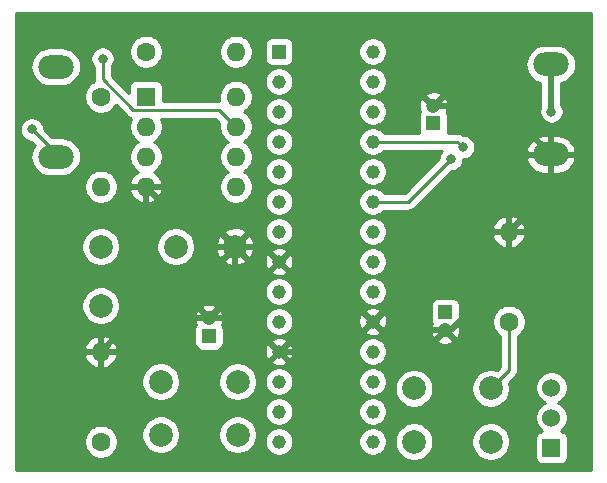
<source format=gbl>
%TF.GenerationSoftware,KiCad,Pcbnew,(5.1.9-0-10_14)*%
%TF.CreationDate,2021-04-15T17:53:14+09:00*%
%TF.ProjectId,RadioExercise,52616469-6f45-4786-9572-636973652e6b,rev?*%
%TF.SameCoordinates,Original*%
%TF.FileFunction,Copper,L2,Bot*%
%TF.FilePolarity,Positive*%
%FSLAX46Y46*%
G04 Gerber Fmt 4.6, Leading zero omitted, Abs format (unit mm)*
G04 Created by KiCad (PCBNEW (5.1.9-0-10_14)) date 2021-04-15 17:53:14*
%MOMM*%
%LPD*%
G01*
G04 APERTURE LIST*
%TA.AperFunction,ComponentPad*%
%ADD10C,2.000000*%
%TD*%
%TA.AperFunction,ComponentPad*%
%ADD11C,1.200000*%
%TD*%
%TA.AperFunction,ComponentPad*%
%ADD12R,1.200000X1.200000*%
%TD*%
%TA.AperFunction,ComponentPad*%
%ADD13O,1.600000X1.600000*%
%TD*%
%TA.AperFunction,ComponentPad*%
%ADD14R,1.600000X1.600000*%
%TD*%
%TA.AperFunction,ComponentPad*%
%ADD15C,1.158000*%
%TD*%
%TA.AperFunction,ComponentPad*%
%ADD16R,1.158000X1.158000*%
%TD*%
%TA.AperFunction,SMDPad,CuDef*%
%ADD17O,3.000000X2.000000*%
%TD*%
%TA.AperFunction,ComponentPad*%
%ADD18C,1.600000*%
%TD*%
%TA.AperFunction,ComponentPad*%
%ADD19C,1.524000*%
%TD*%
%TA.AperFunction,ComponentPad*%
%ADD20R,1.524000X1.524000*%
%TD*%
%TA.AperFunction,ViaPad*%
%ADD21C,0.800000*%
%TD*%
%TA.AperFunction,Conductor*%
%ADD22C,0.500000*%
%TD*%
%TA.AperFunction,Conductor*%
%ADD23C,0.250000*%
%TD*%
%TA.AperFunction,Conductor*%
%ADD24C,0.254000*%
%TD*%
%TA.AperFunction,Conductor*%
%ADD25C,0.100000*%
%TD*%
G04 APERTURE END LIST*
D10*
%TO.P,C1,2*%
%TO.N,Net-(C1-Pad2)*%
X177844000Y-75426000D03*
%TO.P,C1,1*%
%TO.N,Net-(C1-Pad1)*%
X177844000Y-70426000D03*
%TD*%
D11*
%TO.P,C2,2*%
%TO.N,GND*%
X187000000Y-76500000D03*
D12*
%TO.P,C2,1*%
%TO.N,VDD*%
X187000000Y-78000000D03*
%TD*%
%TO.P,C3,1*%
%TO.N,VDD*%
X207000000Y-76000000D03*
D11*
%TO.P,C3,2*%
%TO.N,GND*%
X207000000Y-77500000D03*
%TD*%
D10*
%TO.P,C4,1*%
%TO.N,Net-(C4-Pad1)*%
X184194000Y-70426000D03*
%TO.P,C4,2*%
%TO.N,GND*%
X189194000Y-70426000D03*
%TD*%
D11*
%TO.P,C5,2*%
%TO.N,GND*%
X206000000Y-58500000D03*
D12*
%TO.P,C5,1*%
%TO.N,VDD*%
X206000000Y-60000000D03*
%TD*%
D13*
%TO.P,IC1,8*%
%TO.N,VDD*%
X189274000Y-57726000D03*
%TO.P,IC1,4*%
%TO.N,GND*%
X181654000Y-65346000D03*
%TO.P,IC1,7*%
%TO.N,Net-(IC1-Pad7)*%
X189274000Y-60266000D03*
%TO.P,IC1,3*%
%TO.N,Net-(C4-Pad1)*%
X181654000Y-62806000D03*
%TO.P,IC1,6*%
%TO.N,Net-(IC1-Pad6)*%
X189274000Y-62806000D03*
%TO.P,IC1,2*%
%TO.N,Net-(C1-Pad2)*%
X181654000Y-60266000D03*
%TO.P,IC1,5*%
%TO.N,Net-(IC1-Pad5)*%
X189274000Y-65346000D03*
D14*
%TO.P,IC1,1*%
%TO.N,Net-(IC1-Pad1)*%
X181654000Y-57726000D03*
%TD*%
D15*
%TO.P,IC2,28*%
%TO.N,Net-(IC2-Pad28)*%
X200863000Y-53916000D03*
%TO.P,IC2,27*%
%TO.N,Net-(IC2-Pad27)*%
X200863000Y-56456000D03*
%TO.P,IC2,26*%
%TO.N,Net-(IC2-Pad26)*%
X200863000Y-58996000D03*
%TO.P,IC2,25*%
%TO.N,Net-(IC2-Pad25)*%
X200863000Y-61536000D03*
%TO.P,IC2,24*%
%TO.N,Net-(IC2-Pad24)*%
X200863000Y-64076000D03*
%TO.P,IC2,23*%
%TO.N,Net-(IC2-Pad23)*%
X200863000Y-66616000D03*
%TO.P,IC2,22*%
%TO.N,Net-(IC2-Pad22)*%
X200863000Y-69156000D03*
%TO.P,IC2,21*%
%TO.N,Net-(IC2-Pad21)*%
X200863000Y-71696000D03*
%TO.P,IC2,20*%
%TO.N,VDD*%
X200863000Y-74236000D03*
%TO.P,IC2,19*%
%TO.N,GND*%
X200863000Y-76776000D03*
%TO.P,IC2,18*%
%TO.N,Net-(IC2-Pad18)*%
X200863000Y-79316000D03*
%TO.P,IC2,17*%
%TO.N,Net-(IC2-Pad17)*%
X200863000Y-81856000D03*
%TO.P,IC2,16*%
%TO.N,Net-(IC2-Pad16)*%
X200863000Y-84396000D03*
%TO.P,IC2,15*%
%TO.N,Net-(IC2-Pad15)*%
X200863000Y-86936000D03*
%TO.P,IC2,14*%
%TO.N,Net-(IC1-Pad5)*%
X192925000Y-86936000D03*
%TO.P,IC2,13*%
%TO.N,Net-(IC2-Pad13)*%
X192925000Y-84396000D03*
%TO.P,IC2,12*%
%TO.N,Net-(IC2-Pad12)*%
X192925000Y-81856000D03*
%TO.P,IC2,11*%
%TO.N,GND*%
X192925000Y-79316000D03*
%TO.P,IC2,10*%
%TO.N,Net-(IC2-Pad10)*%
X192925000Y-76776000D03*
%TO.P,IC2,9*%
%TO.N,Net-(IC2-Pad9)*%
X192925000Y-74236000D03*
%TO.P,IC2,8*%
%TO.N,GND*%
X192925000Y-71696000D03*
%TO.P,IC2,7*%
%TO.N,Net-(IC2-Pad7)*%
X192925000Y-69156000D03*
%TO.P,IC2,6*%
%TO.N,Net-(IC2-Pad6)*%
X192925000Y-66616000D03*
%TO.P,IC2,5*%
%TO.N,Net-(IC2-Pad5)*%
X192925000Y-64076000D03*
%TO.P,IC2,4*%
%TO.N,Net-(IC2-Pad4)*%
X192925000Y-61536000D03*
%TO.P,IC2,3*%
%TO.N,Net-(IC2-Pad3)*%
X192925000Y-58996000D03*
%TO.P,IC2,2*%
%TO.N,Net-(IC2-Pad2)*%
X192925000Y-56456000D03*
D16*
%TO.P,IC2,1*%
%TO.N,Net-(IC2-Pad1)*%
X192925000Y-53916000D03*
%TD*%
D17*
%TO.P,J1,1*%
%TO.N,GND*%
X215944000Y-62620000D03*
%TO.P,J1,2*%
%TO.N,Net-(J1-Pad2)*%
X215944000Y-55000000D03*
%TD*%
%TO.P,LS1,2*%
%TO.N,Net-(IC1-Pad7)*%
X174034000Y-55186000D03*
%TO.P,LS1,1*%
%TO.N,Net-(IC1-Pad1)*%
X174034000Y-62806000D03*
%TD*%
D18*
%TO.P,R2,1*%
%TO.N,Net-(IC2-Pad12)*%
X177844000Y-86936000D03*
D13*
%TO.P,R2,2*%
%TO.N,GND*%
X177844000Y-79316000D03*
%TD*%
%TO.P,R3,2*%
%TO.N,GND*%
X212388000Y-69156000D03*
D18*
%TO.P,R3,1*%
%TO.N,Net-(IC2-Pad13)*%
X212388000Y-76776000D03*
%TD*%
D13*
%TO.P,R4,2*%
%TO.N,Net-(C1-Pad1)*%
X177844000Y-65346000D03*
D18*
%TO.P,R4,1*%
%TO.N,Net-(IC2-Pad3)*%
X177844000Y-57726000D03*
%TD*%
%TO.P,R5,1*%
%TO.N,VDD*%
X181654000Y-53916000D03*
D13*
%TO.P,R5,2*%
%TO.N,Net-(IC2-Pad1)*%
X189274000Y-53916000D03*
%TD*%
D10*
%TO.P,SW1,1*%
%TO.N,VDD*%
X189424000Y-81856000D03*
%TO.P,SW1,2*%
%TO.N,Net-(IC2-Pad12)*%
X189424000Y-86356000D03*
%TO.P,SW1,1*%
%TO.N,VDD*%
X182924000Y-81856000D03*
%TO.P,SW1,2*%
%TO.N,Net-(IC2-Pad12)*%
X182924000Y-86356000D03*
%TD*%
%TO.P,SW2,2*%
%TO.N,Net-(IC2-Pad13)*%
X210864000Y-82436000D03*
%TO.P,SW2,1*%
%TO.N,VDD*%
X210864000Y-86936000D03*
%TO.P,SW2,2*%
%TO.N,Net-(IC2-Pad13)*%
X204364000Y-82436000D03*
%TO.P,SW2,1*%
%TO.N,VDD*%
X204364000Y-86936000D03*
%TD*%
D19*
%TO.P,SW5,3*%
%TO.N,Net-(J1-Pad2)*%
X216000000Y-82364000D03*
%TO.P,SW5,2*%
%TO.N,VDD*%
X216000000Y-84904000D03*
D20*
%TO.P,SW5,1*%
%TO.N,Net-(SW5-Pad1)*%
X216000000Y-87444000D03*
%TD*%
D21*
%TO.N,GND*%
X212000000Y-73000000D03*
%TO.N,Net-(IC1-Pad1)*%
X172000000Y-60500000D03*
%TO.N,Net-(IC1-Pad7)*%
X178000000Y-54500000D03*
%TO.N,Net-(IC2-Pad23)*%
X207500000Y-63000000D03*
%TO.N,Net-(IC2-Pad25)*%
X208500000Y-62000000D03*
%TO.N,Net-(J1-Pad2)*%
X216000000Y-59000000D03*
%TD*%
D22*
%TO.N,GND*%
X215944000Y-65600000D02*
X212388000Y-69156000D01*
X215944000Y-62620000D02*
X215944000Y-65600000D01*
X212388000Y-72612000D02*
X212000000Y-73000000D01*
X212388000Y-69156000D02*
X212388000Y-72612000D01*
X207500000Y-77500000D02*
X207000000Y-77500000D01*
X212000000Y-73000000D02*
X207500000Y-77500000D01*
X211824000Y-58500000D02*
X206000000Y-58500000D01*
X215944000Y-62620000D02*
X211824000Y-58500000D01*
X201587000Y-77500000D02*
X200863000Y-76776000D01*
X207000000Y-77500000D02*
X201587000Y-77500000D01*
X191655000Y-70426000D02*
X192925000Y-71696000D01*
X189194000Y-70426000D02*
X191655000Y-70426000D01*
X189194000Y-74306000D02*
X187000000Y-76500000D01*
X189194000Y-70426000D02*
X189194000Y-74306000D01*
X190109000Y-76500000D02*
X192925000Y-79316000D01*
X187000000Y-76500000D02*
X190109000Y-76500000D01*
X180660000Y-76500000D02*
X177844000Y-79316000D01*
X187000000Y-76500000D02*
X180660000Y-76500000D01*
X186734000Y-70426000D02*
X181654000Y-65346000D01*
X189194000Y-70426000D02*
X186734000Y-70426000D01*
X198323000Y-79316000D02*
X200863000Y-76776000D01*
X192925000Y-79316000D02*
X198323000Y-79316000D01*
D23*
%TO.N,Net-(IC1-Pad1)*%
X174034000Y-62534000D02*
X174034000Y-62806000D01*
X172000000Y-60500000D02*
X174034000Y-62534000D01*
%TO.N,Net-(IC1-Pad7)*%
X180593999Y-58851001D02*
X178000000Y-56257002D01*
X187859001Y-58851001D02*
X180593999Y-58851001D01*
X178000000Y-56257002D02*
X178000000Y-54500000D01*
X189274000Y-60266000D02*
X187859001Y-58851001D01*
%TO.N,Net-(IC2-Pad13)*%
X212388000Y-80912000D02*
X210864000Y-82436000D01*
X212388000Y-76776000D02*
X212388000Y-80912000D01*
X210864000Y-82436000D02*
X210564000Y-82436000D01*
%TO.N,Net-(IC2-Pad23)*%
X203884000Y-66616000D02*
X200863000Y-66616000D01*
X207500000Y-63000000D02*
X203884000Y-66616000D01*
%TO.N,Net-(IC2-Pad25)*%
X208036000Y-61536000D02*
X200863000Y-61536000D01*
X208500000Y-62000000D02*
X208036000Y-61536000D01*
D22*
%TO.N,Net-(J1-Pad2)*%
X215944000Y-58944000D02*
X216000000Y-59000000D01*
X215944000Y-55000000D02*
X215944000Y-58944000D01*
%TD*%
D24*
%TO.N,GND*%
X219340001Y-89340000D02*
X170660000Y-89340000D01*
X170660000Y-86794665D01*
X176409000Y-86794665D01*
X176409000Y-87077335D01*
X176464147Y-87354574D01*
X176572320Y-87615727D01*
X176729363Y-87850759D01*
X176929241Y-88050637D01*
X177164273Y-88207680D01*
X177425426Y-88315853D01*
X177702665Y-88371000D01*
X177985335Y-88371000D01*
X178262574Y-88315853D01*
X178523727Y-88207680D01*
X178758759Y-88050637D01*
X178958637Y-87850759D01*
X179115680Y-87615727D01*
X179223853Y-87354574D01*
X179279000Y-87077335D01*
X179279000Y-86794665D01*
X179223853Y-86517426D01*
X179115680Y-86256273D01*
X179074717Y-86194967D01*
X181289000Y-86194967D01*
X181289000Y-86517033D01*
X181351832Y-86832912D01*
X181475082Y-87130463D01*
X181654013Y-87398252D01*
X181881748Y-87625987D01*
X182149537Y-87804918D01*
X182447088Y-87928168D01*
X182762967Y-87991000D01*
X183085033Y-87991000D01*
X183400912Y-87928168D01*
X183698463Y-87804918D01*
X183966252Y-87625987D01*
X184193987Y-87398252D01*
X184372918Y-87130463D01*
X184496168Y-86832912D01*
X184559000Y-86517033D01*
X184559000Y-86194967D01*
X187789000Y-86194967D01*
X187789000Y-86517033D01*
X187851832Y-86832912D01*
X187975082Y-87130463D01*
X188154013Y-87398252D01*
X188381748Y-87625987D01*
X188649537Y-87804918D01*
X188947088Y-87928168D01*
X189262967Y-87991000D01*
X189585033Y-87991000D01*
X189900912Y-87928168D01*
X190198463Y-87804918D01*
X190466252Y-87625987D01*
X190693987Y-87398252D01*
X190872918Y-87130463D01*
X190996168Y-86832912D01*
X190999446Y-86816431D01*
X191711000Y-86816431D01*
X191711000Y-87055569D01*
X191757653Y-87290111D01*
X191849167Y-87511045D01*
X191982025Y-87709880D01*
X192151120Y-87878975D01*
X192349955Y-88011833D01*
X192570889Y-88103347D01*
X192805431Y-88150000D01*
X193044569Y-88150000D01*
X193279111Y-88103347D01*
X193500045Y-88011833D01*
X193698880Y-87878975D01*
X193867975Y-87709880D01*
X194000833Y-87511045D01*
X194092347Y-87290111D01*
X194139000Y-87055569D01*
X194139000Y-86816431D01*
X199649000Y-86816431D01*
X199649000Y-87055569D01*
X199695653Y-87290111D01*
X199787167Y-87511045D01*
X199920025Y-87709880D01*
X200089120Y-87878975D01*
X200287955Y-88011833D01*
X200508889Y-88103347D01*
X200743431Y-88150000D01*
X200982569Y-88150000D01*
X201217111Y-88103347D01*
X201438045Y-88011833D01*
X201636880Y-87878975D01*
X201805975Y-87709880D01*
X201938833Y-87511045D01*
X202030347Y-87290111D01*
X202077000Y-87055569D01*
X202077000Y-86816431D01*
X202068753Y-86774967D01*
X202729000Y-86774967D01*
X202729000Y-87097033D01*
X202791832Y-87412912D01*
X202915082Y-87710463D01*
X203094013Y-87978252D01*
X203321748Y-88205987D01*
X203589537Y-88384918D01*
X203887088Y-88508168D01*
X204202967Y-88571000D01*
X204525033Y-88571000D01*
X204840912Y-88508168D01*
X205138463Y-88384918D01*
X205406252Y-88205987D01*
X205633987Y-87978252D01*
X205812918Y-87710463D01*
X205936168Y-87412912D01*
X205999000Y-87097033D01*
X205999000Y-86774967D01*
X209229000Y-86774967D01*
X209229000Y-87097033D01*
X209291832Y-87412912D01*
X209415082Y-87710463D01*
X209594013Y-87978252D01*
X209821748Y-88205987D01*
X210089537Y-88384918D01*
X210387088Y-88508168D01*
X210702967Y-88571000D01*
X211025033Y-88571000D01*
X211340912Y-88508168D01*
X211638463Y-88384918D01*
X211906252Y-88205987D01*
X212133987Y-87978252D01*
X212312918Y-87710463D01*
X212436168Y-87412912D01*
X212499000Y-87097033D01*
X212499000Y-86774967D01*
X212480508Y-86682000D01*
X214599928Y-86682000D01*
X214599928Y-88206000D01*
X214612188Y-88330482D01*
X214648498Y-88450180D01*
X214707463Y-88560494D01*
X214786815Y-88657185D01*
X214883506Y-88736537D01*
X214993820Y-88795502D01*
X215113518Y-88831812D01*
X215238000Y-88844072D01*
X216762000Y-88844072D01*
X216886482Y-88831812D01*
X217006180Y-88795502D01*
X217116494Y-88736537D01*
X217213185Y-88657185D01*
X217292537Y-88560494D01*
X217351502Y-88450180D01*
X217387812Y-88330482D01*
X217400072Y-88206000D01*
X217400072Y-86682000D01*
X217387812Y-86557518D01*
X217351502Y-86437820D01*
X217292537Y-86327506D01*
X217213185Y-86230815D01*
X217116494Y-86151463D01*
X217006180Y-86092498D01*
X216886482Y-86056188D01*
X216802535Y-86047920D01*
X216890535Y-85989120D01*
X217085120Y-85794535D01*
X217238005Y-85565727D01*
X217343314Y-85311490D01*
X217397000Y-85041592D01*
X217397000Y-84766408D01*
X217343314Y-84496510D01*
X217238005Y-84242273D01*
X217085120Y-84013465D01*
X216890535Y-83818880D01*
X216661727Y-83665995D01*
X216584485Y-83634000D01*
X216661727Y-83602005D01*
X216890535Y-83449120D01*
X217085120Y-83254535D01*
X217238005Y-83025727D01*
X217343314Y-82771490D01*
X217397000Y-82501592D01*
X217397000Y-82226408D01*
X217343314Y-81956510D01*
X217238005Y-81702273D01*
X217085120Y-81473465D01*
X216890535Y-81278880D01*
X216661727Y-81125995D01*
X216407490Y-81020686D01*
X216137592Y-80967000D01*
X215862408Y-80967000D01*
X215592510Y-81020686D01*
X215338273Y-81125995D01*
X215109465Y-81278880D01*
X214914880Y-81473465D01*
X214761995Y-81702273D01*
X214656686Y-81956510D01*
X214603000Y-82226408D01*
X214603000Y-82501592D01*
X214656686Y-82771490D01*
X214761995Y-83025727D01*
X214914880Y-83254535D01*
X215109465Y-83449120D01*
X215338273Y-83602005D01*
X215415515Y-83634000D01*
X215338273Y-83665995D01*
X215109465Y-83818880D01*
X214914880Y-84013465D01*
X214761995Y-84242273D01*
X214656686Y-84496510D01*
X214603000Y-84766408D01*
X214603000Y-85041592D01*
X214656686Y-85311490D01*
X214761995Y-85565727D01*
X214914880Y-85794535D01*
X215109465Y-85989120D01*
X215197465Y-86047920D01*
X215113518Y-86056188D01*
X214993820Y-86092498D01*
X214883506Y-86151463D01*
X214786815Y-86230815D01*
X214707463Y-86327506D01*
X214648498Y-86437820D01*
X214612188Y-86557518D01*
X214599928Y-86682000D01*
X212480508Y-86682000D01*
X212436168Y-86459088D01*
X212312918Y-86161537D01*
X212133987Y-85893748D01*
X211906252Y-85666013D01*
X211638463Y-85487082D01*
X211340912Y-85363832D01*
X211025033Y-85301000D01*
X210702967Y-85301000D01*
X210387088Y-85363832D01*
X210089537Y-85487082D01*
X209821748Y-85666013D01*
X209594013Y-85893748D01*
X209415082Y-86161537D01*
X209291832Y-86459088D01*
X209229000Y-86774967D01*
X205999000Y-86774967D01*
X205936168Y-86459088D01*
X205812918Y-86161537D01*
X205633987Y-85893748D01*
X205406252Y-85666013D01*
X205138463Y-85487082D01*
X204840912Y-85363832D01*
X204525033Y-85301000D01*
X204202967Y-85301000D01*
X203887088Y-85363832D01*
X203589537Y-85487082D01*
X203321748Y-85666013D01*
X203094013Y-85893748D01*
X202915082Y-86161537D01*
X202791832Y-86459088D01*
X202729000Y-86774967D01*
X202068753Y-86774967D01*
X202030347Y-86581889D01*
X201938833Y-86360955D01*
X201805975Y-86162120D01*
X201636880Y-85993025D01*
X201438045Y-85860167D01*
X201217111Y-85768653D01*
X200982569Y-85722000D01*
X200743431Y-85722000D01*
X200508889Y-85768653D01*
X200287955Y-85860167D01*
X200089120Y-85993025D01*
X199920025Y-86162120D01*
X199787167Y-86360955D01*
X199695653Y-86581889D01*
X199649000Y-86816431D01*
X194139000Y-86816431D01*
X194092347Y-86581889D01*
X194000833Y-86360955D01*
X193867975Y-86162120D01*
X193698880Y-85993025D01*
X193500045Y-85860167D01*
X193279111Y-85768653D01*
X193044569Y-85722000D01*
X192805431Y-85722000D01*
X192570889Y-85768653D01*
X192349955Y-85860167D01*
X192151120Y-85993025D01*
X191982025Y-86162120D01*
X191849167Y-86360955D01*
X191757653Y-86581889D01*
X191711000Y-86816431D01*
X190999446Y-86816431D01*
X191059000Y-86517033D01*
X191059000Y-86194967D01*
X190996168Y-85879088D01*
X190872918Y-85581537D01*
X190693987Y-85313748D01*
X190466252Y-85086013D01*
X190198463Y-84907082D01*
X189900912Y-84783832D01*
X189585033Y-84721000D01*
X189262967Y-84721000D01*
X188947088Y-84783832D01*
X188649537Y-84907082D01*
X188381748Y-85086013D01*
X188154013Y-85313748D01*
X187975082Y-85581537D01*
X187851832Y-85879088D01*
X187789000Y-86194967D01*
X184559000Y-86194967D01*
X184496168Y-85879088D01*
X184372918Y-85581537D01*
X184193987Y-85313748D01*
X183966252Y-85086013D01*
X183698463Y-84907082D01*
X183400912Y-84783832D01*
X183085033Y-84721000D01*
X182762967Y-84721000D01*
X182447088Y-84783832D01*
X182149537Y-84907082D01*
X181881748Y-85086013D01*
X181654013Y-85313748D01*
X181475082Y-85581537D01*
X181351832Y-85879088D01*
X181289000Y-86194967D01*
X179074717Y-86194967D01*
X178958637Y-86021241D01*
X178758759Y-85821363D01*
X178523727Y-85664320D01*
X178262574Y-85556147D01*
X177985335Y-85501000D01*
X177702665Y-85501000D01*
X177425426Y-85556147D01*
X177164273Y-85664320D01*
X176929241Y-85821363D01*
X176729363Y-86021241D01*
X176572320Y-86256273D01*
X176464147Y-86517426D01*
X176409000Y-86794665D01*
X170660000Y-86794665D01*
X170660000Y-84276431D01*
X191711000Y-84276431D01*
X191711000Y-84515569D01*
X191757653Y-84750111D01*
X191849167Y-84971045D01*
X191982025Y-85169880D01*
X192151120Y-85338975D01*
X192349955Y-85471833D01*
X192570889Y-85563347D01*
X192805431Y-85610000D01*
X193044569Y-85610000D01*
X193279111Y-85563347D01*
X193500045Y-85471833D01*
X193698880Y-85338975D01*
X193867975Y-85169880D01*
X194000833Y-84971045D01*
X194092347Y-84750111D01*
X194139000Y-84515569D01*
X194139000Y-84276431D01*
X199649000Y-84276431D01*
X199649000Y-84515569D01*
X199695653Y-84750111D01*
X199787167Y-84971045D01*
X199920025Y-85169880D01*
X200089120Y-85338975D01*
X200287955Y-85471833D01*
X200508889Y-85563347D01*
X200743431Y-85610000D01*
X200982569Y-85610000D01*
X201217111Y-85563347D01*
X201438045Y-85471833D01*
X201636880Y-85338975D01*
X201805975Y-85169880D01*
X201938833Y-84971045D01*
X202030347Y-84750111D01*
X202077000Y-84515569D01*
X202077000Y-84276431D01*
X202030347Y-84041889D01*
X201938833Y-83820955D01*
X201805975Y-83622120D01*
X201636880Y-83453025D01*
X201438045Y-83320167D01*
X201217111Y-83228653D01*
X200982569Y-83182000D01*
X200743431Y-83182000D01*
X200508889Y-83228653D01*
X200287955Y-83320167D01*
X200089120Y-83453025D01*
X199920025Y-83622120D01*
X199787167Y-83820955D01*
X199695653Y-84041889D01*
X199649000Y-84276431D01*
X194139000Y-84276431D01*
X194092347Y-84041889D01*
X194000833Y-83820955D01*
X193867975Y-83622120D01*
X193698880Y-83453025D01*
X193500045Y-83320167D01*
X193279111Y-83228653D01*
X193044569Y-83182000D01*
X192805431Y-83182000D01*
X192570889Y-83228653D01*
X192349955Y-83320167D01*
X192151120Y-83453025D01*
X191982025Y-83622120D01*
X191849167Y-83820955D01*
X191757653Y-84041889D01*
X191711000Y-84276431D01*
X170660000Y-84276431D01*
X170660000Y-81694967D01*
X181289000Y-81694967D01*
X181289000Y-82017033D01*
X181351832Y-82332912D01*
X181475082Y-82630463D01*
X181654013Y-82898252D01*
X181881748Y-83125987D01*
X182149537Y-83304918D01*
X182447088Y-83428168D01*
X182762967Y-83491000D01*
X183085033Y-83491000D01*
X183400912Y-83428168D01*
X183698463Y-83304918D01*
X183966252Y-83125987D01*
X184193987Y-82898252D01*
X184372918Y-82630463D01*
X184496168Y-82332912D01*
X184559000Y-82017033D01*
X184559000Y-81694967D01*
X187789000Y-81694967D01*
X187789000Y-82017033D01*
X187851832Y-82332912D01*
X187975082Y-82630463D01*
X188154013Y-82898252D01*
X188381748Y-83125987D01*
X188649537Y-83304918D01*
X188947088Y-83428168D01*
X189262967Y-83491000D01*
X189585033Y-83491000D01*
X189900912Y-83428168D01*
X190198463Y-83304918D01*
X190466252Y-83125987D01*
X190693987Y-82898252D01*
X190872918Y-82630463D01*
X190996168Y-82332912D01*
X191059000Y-82017033D01*
X191059000Y-81736431D01*
X191711000Y-81736431D01*
X191711000Y-81975569D01*
X191757653Y-82210111D01*
X191849167Y-82431045D01*
X191982025Y-82629880D01*
X192151120Y-82798975D01*
X192349955Y-82931833D01*
X192570889Y-83023347D01*
X192805431Y-83070000D01*
X193044569Y-83070000D01*
X193279111Y-83023347D01*
X193500045Y-82931833D01*
X193698880Y-82798975D01*
X193867975Y-82629880D01*
X194000833Y-82431045D01*
X194092347Y-82210111D01*
X194139000Y-81975569D01*
X194139000Y-81736431D01*
X199649000Y-81736431D01*
X199649000Y-81975569D01*
X199695653Y-82210111D01*
X199787167Y-82431045D01*
X199920025Y-82629880D01*
X200089120Y-82798975D01*
X200287955Y-82931833D01*
X200508889Y-83023347D01*
X200743431Y-83070000D01*
X200982569Y-83070000D01*
X201217111Y-83023347D01*
X201438045Y-82931833D01*
X201636880Y-82798975D01*
X201805975Y-82629880D01*
X201938833Y-82431045D01*
X202003482Y-82274967D01*
X202729000Y-82274967D01*
X202729000Y-82597033D01*
X202791832Y-82912912D01*
X202915082Y-83210463D01*
X203094013Y-83478252D01*
X203321748Y-83705987D01*
X203589537Y-83884918D01*
X203887088Y-84008168D01*
X204202967Y-84071000D01*
X204525033Y-84071000D01*
X204840912Y-84008168D01*
X205138463Y-83884918D01*
X205406252Y-83705987D01*
X205633987Y-83478252D01*
X205812918Y-83210463D01*
X205936168Y-82912912D01*
X205999000Y-82597033D01*
X205999000Y-82274967D01*
X209229000Y-82274967D01*
X209229000Y-82597033D01*
X209291832Y-82912912D01*
X209415082Y-83210463D01*
X209594013Y-83478252D01*
X209821748Y-83705987D01*
X210089537Y-83884918D01*
X210387088Y-84008168D01*
X210702967Y-84071000D01*
X211025033Y-84071000D01*
X211340912Y-84008168D01*
X211638463Y-83884918D01*
X211906252Y-83705987D01*
X212133987Y-83478252D01*
X212312918Y-83210463D01*
X212436168Y-82912912D01*
X212499000Y-82597033D01*
X212499000Y-82274967D01*
X212436168Y-81959088D01*
X212430177Y-81944625D01*
X212899008Y-81475795D01*
X212928001Y-81452001D01*
X212951795Y-81423008D01*
X212951799Y-81423004D01*
X213022973Y-81336277D01*
X213022974Y-81336276D01*
X213093546Y-81204247D01*
X213137003Y-81060986D01*
X213148000Y-80949333D01*
X213148000Y-80949324D01*
X213151676Y-80912001D01*
X213148000Y-80874678D01*
X213148000Y-77994043D01*
X213302759Y-77890637D01*
X213502637Y-77690759D01*
X213659680Y-77455727D01*
X213767853Y-77194574D01*
X213823000Y-76917335D01*
X213823000Y-76634665D01*
X213767853Y-76357426D01*
X213659680Y-76096273D01*
X213502637Y-75861241D01*
X213302759Y-75661363D01*
X213067727Y-75504320D01*
X212806574Y-75396147D01*
X212529335Y-75341000D01*
X212246665Y-75341000D01*
X211969426Y-75396147D01*
X211708273Y-75504320D01*
X211473241Y-75661363D01*
X211273363Y-75861241D01*
X211116320Y-76096273D01*
X211008147Y-76357426D01*
X210953000Y-76634665D01*
X210953000Y-76917335D01*
X211008147Y-77194574D01*
X211116320Y-77455727D01*
X211273363Y-77690759D01*
X211473241Y-77890637D01*
X211628000Y-77994044D01*
X211628001Y-80597196D01*
X211355375Y-80869823D01*
X211340912Y-80863832D01*
X211025033Y-80801000D01*
X210702967Y-80801000D01*
X210387088Y-80863832D01*
X210089537Y-80987082D01*
X209821748Y-81166013D01*
X209594013Y-81393748D01*
X209415082Y-81661537D01*
X209291832Y-81959088D01*
X209229000Y-82274967D01*
X205999000Y-82274967D01*
X205936168Y-81959088D01*
X205812918Y-81661537D01*
X205633987Y-81393748D01*
X205406252Y-81166013D01*
X205138463Y-80987082D01*
X204840912Y-80863832D01*
X204525033Y-80801000D01*
X204202967Y-80801000D01*
X203887088Y-80863832D01*
X203589537Y-80987082D01*
X203321748Y-81166013D01*
X203094013Y-81393748D01*
X202915082Y-81661537D01*
X202791832Y-81959088D01*
X202729000Y-82274967D01*
X202003482Y-82274967D01*
X202030347Y-82210111D01*
X202077000Y-81975569D01*
X202077000Y-81736431D01*
X202030347Y-81501889D01*
X201938833Y-81280955D01*
X201805975Y-81082120D01*
X201636880Y-80913025D01*
X201438045Y-80780167D01*
X201217111Y-80688653D01*
X200982569Y-80642000D01*
X200743431Y-80642000D01*
X200508889Y-80688653D01*
X200287955Y-80780167D01*
X200089120Y-80913025D01*
X199920025Y-81082120D01*
X199787167Y-81280955D01*
X199695653Y-81501889D01*
X199649000Y-81736431D01*
X194139000Y-81736431D01*
X194092347Y-81501889D01*
X194000833Y-81280955D01*
X193867975Y-81082120D01*
X193698880Y-80913025D01*
X193500045Y-80780167D01*
X193279111Y-80688653D01*
X193044569Y-80642000D01*
X192805431Y-80642000D01*
X192570889Y-80688653D01*
X192349955Y-80780167D01*
X192151120Y-80913025D01*
X191982025Y-81082120D01*
X191849167Y-81280955D01*
X191757653Y-81501889D01*
X191711000Y-81736431D01*
X191059000Y-81736431D01*
X191059000Y-81694967D01*
X190996168Y-81379088D01*
X190872918Y-81081537D01*
X190693987Y-80813748D01*
X190466252Y-80586013D01*
X190198463Y-80407082D01*
X189900912Y-80283832D01*
X189585033Y-80221000D01*
X189262967Y-80221000D01*
X188947088Y-80283832D01*
X188649537Y-80407082D01*
X188381748Y-80586013D01*
X188154013Y-80813748D01*
X187975082Y-81081537D01*
X187851832Y-81379088D01*
X187789000Y-81694967D01*
X184559000Y-81694967D01*
X184496168Y-81379088D01*
X184372918Y-81081537D01*
X184193987Y-80813748D01*
X183966252Y-80586013D01*
X183698463Y-80407082D01*
X183400912Y-80283832D01*
X183085033Y-80221000D01*
X182762967Y-80221000D01*
X182447088Y-80283832D01*
X182149537Y-80407082D01*
X181881748Y-80586013D01*
X181654013Y-80813748D01*
X181475082Y-81081537D01*
X181351832Y-81379088D01*
X181289000Y-81694967D01*
X170660000Y-81694967D01*
X170660000Y-79665040D01*
X176452091Y-79665040D01*
X176546930Y-79929881D01*
X176691615Y-80171131D01*
X176880586Y-80379519D01*
X177106580Y-80547037D01*
X177360913Y-80667246D01*
X177494961Y-80707904D01*
X177717000Y-80585915D01*
X177717000Y-79443000D01*
X177971000Y-79443000D01*
X177971000Y-80585915D01*
X178193039Y-80707904D01*
X178327087Y-80667246D01*
X178581420Y-80547037D01*
X178807414Y-80379519D01*
X178996385Y-80171131D01*
X179008615Y-80150737D01*
X192269868Y-80150737D01*
X192314618Y-80372185D01*
X192532397Y-80470970D01*
X192765265Y-80525370D01*
X193004270Y-80533295D01*
X193240230Y-80494440D01*
X193464075Y-80410298D01*
X193535382Y-80372185D01*
X193580132Y-80150737D01*
X192925000Y-79495605D01*
X192269868Y-80150737D01*
X179008615Y-80150737D01*
X179141070Y-79929881D01*
X179235909Y-79665040D01*
X179114624Y-79443000D01*
X177971000Y-79443000D01*
X177717000Y-79443000D01*
X176573376Y-79443000D01*
X176452091Y-79665040D01*
X170660000Y-79665040D01*
X170660000Y-79395270D01*
X191707705Y-79395270D01*
X191746560Y-79631230D01*
X191830702Y-79855075D01*
X191868815Y-79926382D01*
X192090263Y-79971132D01*
X192745395Y-79316000D01*
X193104605Y-79316000D01*
X193759737Y-79971132D01*
X193981185Y-79926382D01*
X194079970Y-79708603D01*
X194134370Y-79475735D01*
X194142295Y-79236730D01*
X194135660Y-79196431D01*
X199649000Y-79196431D01*
X199649000Y-79435569D01*
X199695653Y-79670111D01*
X199787167Y-79891045D01*
X199920025Y-80089880D01*
X200089120Y-80258975D01*
X200287955Y-80391833D01*
X200508889Y-80483347D01*
X200743431Y-80530000D01*
X200982569Y-80530000D01*
X201217111Y-80483347D01*
X201438045Y-80391833D01*
X201636880Y-80258975D01*
X201805975Y-80089880D01*
X201938833Y-79891045D01*
X202030347Y-79670111D01*
X202077000Y-79435569D01*
X202077000Y-79196431D01*
X202030347Y-78961889D01*
X201938833Y-78740955D01*
X201805975Y-78542120D01*
X201636880Y-78373025D01*
X201602068Y-78349764D01*
X206329841Y-78349764D01*
X206377148Y-78573348D01*
X206598516Y-78674237D01*
X206835313Y-78730000D01*
X207078438Y-78738495D01*
X207318549Y-78699395D01*
X207546418Y-78614202D01*
X207622852Y-78573348D01*
X207670159Y-78349764D01*
X207000000Y-77679605D01*
X206329841Y-78349764D01*
X201602068Y-78349764D01*
X201438045Y-78240167D01*
X201217111Y-78148653D01*
X200982569Y-78102000D01*
X200743431Y-78102000D01*
X200508889Y-78148653D01*
X200287955Y-78240167D01*
X200089120Y-78373025D01*
X199920025Y-78542120D01*
X199787167Y-78740955D01*
X199695653Y-78961889D01*
X199649000Y-79196431D01*
X194135660Y-79196431D01*
X194103440Y-79000770D01*
X194019298Y-78776925D01*
X193981185Y-78705618D01*
X193759737Y-78660868D01*
X193104605Y-79316000D01*
X192745395Y-79316000D01*
X192090263Y-78660868D01*
X191868815Y-78705618D01*
X191770030Y-78923397D01*
X191715630Y-79156265D01*
X191707705Y-79395270D01*
X170660000Y-79395270D01*
X170660000Y-78966960D01*
X176452091Y-78966960D01*
X176573376Y-79189000D01*
X177717000Y-79189000D01*
X177717000Y-78046085D01*
X177971000Y-78046085D01*
X177971000Y-79189000D01*
X179114624Y-79189000D01*
X179235909Y-78966960D01*
X179141070Y-78702119D01*
X178996385Y-78460869D01*
X178807414Y-78252481D01*
X178581420Y-78084963D01*
X178327087Y-77964754D01*
X178193039Y-77924096D01*
X177971000Y-78046085D01*
X177717000Y-78046085D01*
X177494961Y-77924096D01*
X177360913Y-77964754D01*
X177106580Y-78084963D01*
X176880586Y-78252481D01*
X176691615Y-78460869D01*
X176546930Y-78702119D01*
X176452091Y-78966960D01*
X170660000Y-78966960D01*
X170660000Y-75264967D01*
X176209000Y-75264967D01*
X176209000Y-75587033D01*
X176271832Y-75902912D01*
X176395082Y-76200463D01*
X176574013Y-76468252D01*
X176801748Y-76695987D01*
X177069537Y-76874918D01*
X177367088Y-76998168D01*
X177682967Y-77061000D01*
X178005033Y-77061000D01*
X178320912Y-76998168D01*
X178618463Y-76874918D01*
X178886252Y-76695987D01*
X179003801Y-76578438D01*
X185761505Y-76578438D01*
X185800605Y-76818549D01*
X185880451Y-77032117D01*
X185869463Y-77045506D01*
X185810498Y-77155820D01*
X185774188Y-77275518D01*
X185761928Y-77400000D01*
X185761928Y-78600000D01*
X185774188Y-78724482D01*
X185810498Y-78844180D01*
X185869463Y-78954494D01*
X185948815Y-79051185D01*
X186045506Y-79130537D01*
X186155820Y-79189502D01*
X186275518Y-79225812D01*
X186400000Y-79238072D01*
X187600000Y-79238072D01*
X187724482Y-79225812D01*
X187844180Y-79189502D01*
X187954494Y-79130537D01*
X188051185Y-79051185D01*
X188130537Y-78954494D01*
X188189502Y-78844180D01*
X188225812Y-78724482D01*
X188238072Y-78600000D01*
X188238072Y-78481263D01*
X192269868Y-78481263D01*
X192925000Y-79136395D01*
X193580132Y-78481263D01*
X193535382Y-78259815D01*
X193317603Y-78161030D01*
X193084735Y-78106630D01*
X192845730Y-78098705D01*
X192609770Y-78137560D01*
X192385925Y-78221702D01*
X192314618Y-78259815D01*
X192269868Y-78481263D01*
X188238072Y-78481263D01*
X188238072Y-77400000D01*
X188225812Y-77275518D01*
X188189502Y-77155820D01*
X188130537Y-77045506D01*
X188116432Y-77028319D01*
X188174237Y-76901484D01*
X188230000Y-76664687D01*
X188230288Y-76656431D01*
X191711000Y-76656431D01*
X191711000Y-76895569D01*
X191757653Y-77130111D01*
X191849167Y-77351045D01*
X191982025Y-77549880D01*
X192151120Y-77718975D01*
X192349955Y-77851833D01*
X192570889Y-77943347D01*
X192805431Y-77990000D01*
X193044569Y-77990000D01*
X193279111Y-77943347D01*
X193500045Y-77851833D01*
X193698880Y-77718975D01*
X193807118Y-77610737D01*
X200207868Y-77610737D01*
X200252618Y-77832185D01*
X200470397Y-77930970D01*
X200703265Y-77985370D01*
X200942270Y-77993295D01*
X201178230Y-77954440D01*
X201402075Y-77870298D01*
X201473382Y-77832185D01*
X201518132Y-77610737D01*
X201485833Y-77578438D01*
X205761505Y-77578438D01*
X205800605Y-77818549D01*
X205885798Y-78046418D01*
X205926652Y-78122852D01*
X206150236Y-78170159D01*
X206820395Y-77500000D01*
X206806253Y-77485858D01*
X206985858Y-77306253D01*
X207000000Y-77320395D01*
X207014143Y-77306253D01*
X207193748Y-77485858D01*
X207179605Y-77500000D01*
X207849764Y-78170159D01*
X208073348Y-78122852D01*
X208174237Y-77901484D01*
X208230000Y-77664687D01*
X208238495Y-77421562D01*
X208199395Y-77181451D01*
X208119549Y-76967883D01*
X208130537Y-76954494D01*
X208189502Y-76844180D01*
X208225812Y-76724482D01*
X208238072Y-76600000D01*
X208238072Y-75400000D01*
X208225812Y-75275518D01*
X208189502Y-75155820D01*
X208130537Y-75045506D01*
X208051185Y-74948815D01*
X207954494Y-74869463D01*
X207844180Y-74810498D01*
X207724482Y-74774188D01*
X207600000Y-74761928D01*
X206400000Y-74761928D01*
X206275518Y-74774188D01*
X206155820Y-74810498D01*
X206045506Y-74869463D01*
X205948815Y-74948815D01*
X205869463Y-75045506D01*
X205810498Y-75155820D01*
X205774188Y-75275518D01*
X205761928Y-75400000D01*
X205761928Y-76600000D01*
X205774188Y-76724482D01*
X205810498Y-76844180D01*
X205869463Y-76954494D01*
X205883568Y-76971681D01*
X205825763Y-77098516D01*
X205770000Y-77335313D01*
X205761505Y-77578438D01*
X201485833Y-77578438D01*
X200863000Y-76955605D01*
X200207868Y-77610737D01*
X193807118Y-77610737D01*
X193867975Y-77549880D01*
X194000833Y-77351045D01*
X194092347Y-77130111D01*
X194139000Y-76895569D01*
X194139000Y-76855270D01*
X199645705Y-76855270D01*
X199684560Y-77091230D01*
X199768702Y-77315075D01*
X199806815Y-77386382D01*
X200028263Y-77431132D01*
X200683395Y-76776000D01*
X201042605Y-76776000D01*
X201697737Y-77431132D01*
X201919185Y-77386382D01*
X202017970Y-77168603D01*
X202072370Y-76935735D01*
X202080295Y-76696730D01*
X202041440Y-76460770D01*
X201957298Y-76236925D01*
X201919185Y-76165618D01*
X201697737Y-76120868D01*
X201042605Y-76776000D01*
X200683395Y-76776000D01*
X200028263Y-76120868D01*
X199806815Y-76165618D01*
X199708030Y-76383397D01*
X199653630Y-76616265D01*
X199645705Y-76855270D01*
X194139000Y-76855270D01*
X194139000Y-76656431D01*
X194092347Y-76421889D01*
X194000833Y-76200955D01*
X193867975Y-76002120D01*
X193807118Y-75941263D01*
X200207868Y-75941263D01*
X200863000Y-76596395D01*
X201518132Y-75941263D01*
X201473382Y-75719815D01*
X201255603Y-75621030D01*
X201022735Y-75566630D01*
X200783730Y-75558705D01*
X200547770Y-75597560D01*
X200323925Y-75681702D01*
X200252618Y-75719815D01*
X200207868Y-75941263D01*
X193807118Y-75941263D01*
X193698880Y-75833025D01*
X193500045Y-75700167D01*
X193279111Y-75608653D01*
X193044569Y-75562000D01*
X192805431Y-75562000D01*
X192570889Y-75608653D01*
X192349955Y-75700167D01*
X192151120Y-75833025D01*
X191982025Y-76002120D01*
X191849167Y-76200955D01*
X191757653Y-76421889D01*
X191711000Y-76656431D01*
X188230288Y-76656431D01*
X188238495Y-76421562D01*
X188199395Y-76181451D01*
X188114202Y-75953582D01*
X188073348Y-75877148D01*
X187849764Y-75829841D01*
X187179605Y-76500000D01*
X187193748Y-76514143D01*
X187014143Y-76693748D01*
X187000000Y-76679605D01*
X186985858Y-76693748D01*
X186806253Y-76514143D01*
X186820395Y-76500000D01*
X186150236Y-75829841D01*
X185926652Y-75877148D01*
X185825763Y-76098516D01*
X185770000Y-76335313D01*
X185761505Y-76578438D01*
X179003801Y-76578438D01*
X179113987Y-76468252D01*
X179292918Y-76200463D01*
X179416168Y-75902912D01*
X179466428Y-75650236D01*
X186329841Y-75650236D01*
X187000000Y-76320395D01*
X187670159Y-75650236D01*
X187622852Y-75426652D01*
X187401484Y-75325763D01*
X187164687Y-75270000D01*
X186921562Y-75261505D01*
X186681451Y-75300605D01*
X186453582Y-75385798D01*
X186377148Y-75426652D01*
X186329841Y-75650236D01*
X179466428Y-75650236D01*
X179479000Y-75587033D01*
X179479000Y-75264967D01*
X179416168Y-74949088D01*
X179292918Y-74651537D01*
X179113987Y-74383748D01*
X178886252Y-74156013D01*
X178827014Y-74116431D01*
X191711000Y-74116431D01*
X191711000Y-74355569D01*
X191757653Y-74590111D01*
X191849167Y-74811045D01*
X191982025Y-75009880D01*
X192151120Y-75178975D01*
X192349955Y-75311833D01*
X192570889Y-75403347D01*
X192805431Y-75450000D01*
X193044569Y-75450000D01*
X193279111Y-75403347D01*
X193500045Y-75311833D01*
X193698880Y-75178975D01*
X193867975Y-75009880D01*
X194000833Y-74811045D01*
X194092347Y-74590111D01*
X194139000Y-74355569D01*
X194139000Y-74116431D01*
X199649000Y-74116431D01*
X199649000Y-74355569D01*
X199695653Y-74590111D01*
X199787167Y-74811045D01*
X199920025Y-75009880D01*
X200089120Y-75178975D01*
X200287955Y-75311833D01*
X200508889Y-75403347D01*
X200743431Y-75450000D01*
X200982569Y-75450000D01*
X201217111Y-75403347D01*
X201438045Y-75311833D01*
X201636880Y-75178975D01*
X201805975Y-75009880D01*
X201938833Y-74811045D01*
X202030347Y-74590111D01*
X202077000Y-74355569D01*
X202077000Y-74116431D01*
X202030347Y-73881889D01*
X201938833Y-73660955D01*
X201805975Y-73462120D01*
X201636880Y-73293025D01*
X201438045Y-73160167D01*
X201217111Y-73068653D01*
X200982569Y-73022000D01*
X200743431Y-73022000D01*
X200508889Y-73068653D01*
X200287955Y-73160167D01*
X200089120Y-73293025D01*
X199920025Y-73462120D01*
X199787167Y-73660955D01*
X199695653Y-73881889D01*
X199649000Y-74116431D01*
X194139000Y-74116431D01*
X194092347Y-73881889D01*
X194000833Y-73660955D01*
X193867975Y-73462120D01*
X193698880Y-73293025D01*
X193500045Y-73160167D01*
X193279111Y-73068653D01*
X193044569Y-73022000D01*
X192805431Y-73022000D01*
X192570889Y-73068653D01*
X192349955Y-73160167D01*
X192151120Y-73293025D01*
X191982025Y-73462120D01*
X191849167Y-73660955D01*
X191757653Y-73881889D01*
X191711000Y-74116431D01*
X178827014Y-74116431D01*
X178618463Y-73977082D01*
X178320912Y-73853832D01*
X178005033Y-73791000D01*
X177682967Y-73791000D01*
X177367088Y-73853832D01*
X177069537Y-73977082D01*
X176801748Y-74156013D01*
X176574013Y-74383748D01*
X176395082Y-74651537D01*
X176271832Y-74949088D01*
X176209000Y-75264967D01*
X170660000Y-75264967D01*
X170660000Y-72530737D01*
X192269868Y-72530737D01*
X192314618Y-72752185D01*
X192532397Y-72850970D01*
X192765265Y-72905370D01*
X193004270Y-72913295D01*
X193240230Y-72874440D01*
X193464075Y-72790298D01*
X193535382Y-72752185D01*
X193580132Y-72530737D01*
X192925000Y-71875605D01*
X192269868Y-72530737D01*
X170660000Y-72530737D01*
X170660000Y-70264967D01*
X176209000Y-70264967D01*
X176209000Y-70587033D01*
X176271832Y-70902912D01*
X176395082Y-71200463D01*
X176574013Y-71468252D01*
X176801748Y-71695987D01*
X177069537Y-71874918D01*
X177367088Y-71998168D01*
X177682967Y-72061000D01*
X178005033Y-72061000D01*
X178320912Y-71998168D01*
X178618463Y-71874918D01*
X178886252Y-71695987D01*
X179113987Y-71468252D01*
X179292918Y-71200463D01*
X179416168Y-70902912D01*
X179479000Y-70587033D01*
X179479000Y-70264967D01*
X182559000Y-70264967D01*
X182559000Y-70587033D01*
X182621832Y-70902912D01*
X182745082Y-71200463D01*
X182924013Y-71468252D01*
X183151748Y-71695987D01*
X183419537Y-71874918D01*
X183717088Y-71998168D01*
X184032967Y-72061000D01*
X184355033Y-72061000D01*
X184670912Y-71998168D01*
X184968463Y-71874918D01*
X185236252Y-71695987D01*
X185370826Y-71561413D01*
X188238192Y-71561413D01*
X188333956Y-71825814D01*
X188623571Y-71966704D01*
X188935108Y-72048384D01*
X189256595Y-72067718D01*
X189575675Y-72023961D01*
X189880088Y-71918795D01*
X190054044Y-71825814D01*
X190072350Y-71775270D01*
X191707705Y-71775270D01*
X191746560Y-72011230D01*
X191830702Y-72235075D01*
X191868815Y-72306382D01*
X192090263Y-72351132D01*
X192745395Y-71696000D01*
X193104605Y-71696000D01*
X193759737Y-72351132D01*
X193981185Y-72306382D01*
X194079970Y-72088603D01*
X194134370Y-71855735D01*
X194142295Y-71616730D01*
X194135660Y-71576431D01*
X199649000Y-71576431D01*
X199649000Y-71815569D01*
X199695653Y-72050111D01*
X199787167Y-72271045D01*
X199920025Y-72469880D01*
X200089120Y-72638975D01*
X200287955Y-72771833D01*
X200508889Y-72863347D01*
X200743431Y-72910000D01*
X200982569Y-72910000D01*
X201217111Y-72863347D01*
X201438045Y-72771833D01*
X201636880Y-72638975D01*
X201805975Y-72469880D01*
X201938833Y-72271045D01*
X202030347Y-72050111D01*
X202077000Y-71815569D01*
X202077000Y-71576431D01*
X202030347Y-71341889D01*
X201938833Y-71120955D01*
X201805975Y-70922120D01*
X201636880Y-70753025D01*
X201438045Y-70620167D01*
X201217111Y-70528653D01*
X200982569Y-70482000D01*
X200743431Y-70482000D01*
X200508889Y-70528653D01*
X200287955Y-70620167D01*
X200089120Y-70753025D01*
X199920025Y-70922120D01*
X199787167Y-71120955D01*
X199695653Y-71341889D01*
X199649000Y-71576431D01*
X194135660Y-71576431D01*
X194103440Y-71380770D01*
X194019298Y-71156925D01*
X193981185Y-71085618D01*
X193759737Y-71040868D01*
X193104605Y-71696000D01*
X192745395Y-71696000D01*
X192090263Y-71040868D01*
X191868815Y-71085618D01*
X191770030Y-71303397D01*
X191715630Y-71536265D01*
X191707705Y-71775270D01*
X190072350Y-71775270D01*
X190149808Y-71561413D01*
X189194000Y-70605605D01*
X188238192Y-71561413D01*
X185370826Y-71561413D01*
X185463987Y-71468252D01*
X185642918Y-71200463D01*
X185766168Y-70902912D01*
X185829000Y-70587033D01*
X185829000Y-70488595D01*
X187552282Y-70488595D01*
X187596039Y-70807675D01*
X187701205Y-71112088D01*
X187794186Y-71286044D01*
X188058587Y-71381808D01*
X189014395Y-70426000D01*
X189373605Y-70426000D01*
X190329413Y-71381808D01*
X190593814Y-71286044D01*
X190734704Y-70996429D01*
X190770142Y-70861263D01*
X192269868Y-70861263D01*
X192925000Y-71516395D01*
X193580132Y-70861263D01*
X193535382Y-70639815D01*
X193317603Y-70541030D01*
X193084735Y-70486630D01*
X192845730Y-70478705D01*
X192609770Y-70517560D01*
X192385925Y-70601702D01*
X192314618Y-70639815D01*
X192269868Y-70861263D01*
X190770142Y-70861263D01*
X190816384Y-70684892D01*
X190835718Y-70363405D01*
X190791961Y-70044325D01*
X190686795Y-69739912D01*
X190593814Y-69565956D01*
X190329413Y-69470192D01*
X189373605Y-70426000D01*
X189014395Y-70426000D01*
X188058587Y-69470192D01*
X187794186Y-69565956D01*
X187653296Y-69855571D01*
X187571616Y-70167108D01*
X187552282Y-70488595D01*
X185829000Y-70488595D01*
X185829000Y-70264967D01*
X185766168Y-69949088D01*
X185642918Y-69651537D01*
X185463987Y-69383748D01*
X185370826Y-69290587D01*
X188238192Y-69290587D01*
X189194000Y-70246395D01*
X190149808Y-69290587D01*
X190057755Y-69036431D01*
X191711000Y-69036431D01*
X191711000Y-69275569D01*
X191757653Y-69510111D01*
X191849167Y-69731045D01*
X191982025Y-69929880D01*
X192151120Y-70098975D01*
X192349955Y-70231833D01*
X192570889Y-70323347D01*
X192805431Y-70370000D01*
X193044569Y-70370000D01*
X193279111Y-70323347D01*
X193500045Y-70231833D01*
X193698880Y-70098975D01*
X193867975Y-69929880D01*
X194000833Y-69731045D01*
X194092347Y-69510111D01*
X194139000Y-69275569D01*
X194139000Y-69036431D01*
X199649000Y-69036431D01*
X199649000Y-69275569D01*
X199695653Y-69510111D01*
X199787167Y-69731045D01*
X199920025Y-69929880D01*
X200089120Y-70098975D01*
X200287955Y-70231833D01*
X200508889Y-70323347D01*
X200743431Y-70370000D01*
X200982569Y-70370000D01*
X201217111Y-70323347D01*
X201438045Y-70231833D01*
X201636880Y-70098975D01*
X201805975Y-69929880D01*
X201938833Y-69731045D01*
X202030347Y-69510111D01*
X202031355Y-69505040D01*
X210996091Y-69505040D01*
X211090930Y-69769881D01*
X211235615Y-70011131D01*
X211424586Y-70219519D01*
X211650580Y-70387037D01*
X211904913Y-70507246D01*
X212038961Y-70547904D01*
X212261000Y-70425915D01*
X212261000Y-69283000D01*
X212515000Y-69283000D01*
X212515000Y-70425915D01*
X212737039Y-70547904D01*
X212871087Y-70507246D01*
X213125420Y-70387037D01*
X213351414Y-70219519D01*
X213540385Y-70011131D01*
X213685070Y-69769881D01*
X213779909Y-69505040D01*
X213658624Y-69283000D01*
X212515000Y-69283000D01*
X212261000Y-69283000D01*
X211117376Y-69283000D01*
X210996091Y-69505040D01*
X202031355Y-69505040D01*
X202077000Y-69275569D01*
X202077000Y-69036431D01*
X202031356Y-68806960D01*
X210996091Y-68806960D01*
X211117376Y-69029000D01*
X212261000Y-69029000D01*
X212261000Y-67886085D01*
X212515000Y-67886085D01*
X212515000Y-69029000D01*
X213658624Y-69029000D01*
X213779909Y-68806960D01*
X213685070Y-68542119D01*
X213540385Y-68300869D01*
X213351414Y-68092481D01*
X213125420Y-67924963D01*
X212871087Y-67804754D01*
X212737039Y-67764096D01*
X212515000Y-67886085D01*
X212261000Y-67886085D01*
X212038961Y-67764096D01*
X211904913Y-67804754D01*
X211650580Y-67924963D01*
X211424586Y-68092481D01*
X211235615Y-68300869D01*
X211090930Y-68542119D01*
X210996091Y-68806960D01*
X202031356Y-68806960D01*
X202030347Y-68801889D01*
X201938833Y-68580955D01*
X201805975Y-68382120D01*
X201636880Y-68213025D01*
X201438045Y-68080167D01*
X201217111Y-67988653D01*
X200982569Y-67942000D01*
X200743431Y-67942000D01*
X200508889Y-67988653D01*
X200287955Y-68080167D01*
X200089120Y-68213025D01*
X199920025Y-68382120D01*
X199787167Y-68580955D01*
X199695653Y-68801889D01*
X199649000Y-69036431D01*
X194139000Y-69036431D01*
X194092347Y-68801889D01*
X194000833Y-68580955D01*
X193867975Y-68382120D01*
X193698880Y-68213025D01*
X193500045Y-68080167D01*
X193279111Y-67988653D01*
X193044569Y-67942000D01*
X192805431Y-67942000D01*
X192570889Y-67988653D01*
X192349955Y-68080167D01*
X192151120Y-68213025D01*
X191982025Y-68382120D01*
X191849167Y-68580955D01*
X191757653Y-68801889D01*
X191711000Y-69036431D01*
X190057755Y-69036431D01*
X190054044Y-69026186D01*
X189764429Y-68885296D01*
X189452892Y-68803616D01*
X189131405Y-68784282D01*
X188812325Y-68828039D01*
X188507912Y-68933205D01*
X188333956Y-69026186D01*
X188238192Y-69290587D01*
X185370826Y-69290587D01*
X185236252Y-69156013D01*
X184968463Y-68977082D01*
X184670912Y-68853832D01*
X184355033Y-68791000D01*
X184032967Y-68791000D01*
X183717088Y-68853832D01*
X183419537Y-68977082D01*
X183151748Y-69156013D01*
X182924013Y-69383748D01*
X182745082Y-69651537D01*
X182621832Y-69949088D01*
X182559000Y-70264967D01*
X179479000Y-70264967D01*
X179416168Y-69949088D01*
X179292918Y-69651537D01*
X179113987Y-69383748D01*
X178886252Y-69156013D01*
X178618463Y-68977082D01*
X178320912Y-68853832D01*
X178005033Y-68791000D01*
X177682967Y-68791000D01*
X177367088Y-68853832D01*
X177069537Y-68977082D01*
X176801748Y-69156013D01*
X176574013Y-69383748D01*
X176395082Y-69651537D01*
X176271832Y-69949088D01*
X176209000Y-70264967D01*
X170660000Y-70264967D01*
X170660000Y-65204665D01*
X176409000Y-65204665D01*
X176409000Y-65487335D01*
X176464147Y-65764574D01*
X176572320Y-66025727D01*
X176729363Y-66260759D01*
X176929241Y-66460637D01*
X177164273Y-66617680D01*
X177425426Y-66725853D01*
X177702665Y-66781000D01*
X177985335Y-66781000D01*
X178262574Y-66725853D01*
X178523727Y-66617680D01*
X178758759Y-66460637D01*
X178958637Y-66260759D01*
X179115680Y-66025727D01*
X179223853Y-65764574D01*
X179237684Y-65695039D01*
X180262096Y-65695039D01*
X180302754Y-65829087D01*
X180422963Y-66083420D01*
X180590481Y-66309414D01*
X180798869Y-66498385D01*
X181040119Y-66643070D01*
X181304960Y-66737909D01*
X181527000Y-66616624D01*
X181527000Y-65473000D01*
X181781000Y-65473000D01*
X181781000Y-66616624D01*
X182003040Y-66737909D01*
X182267881Y-66643070D01*
X182509131Y-66498385D01*
X182717519Y-66309414D01*
X182885037Y-66083420D01*
X183005246Y-65829087D01*
X183045904Y-65695039D01*
X182923915Y-65473000D01*
X181781000Y-65473000D01*
X181527000Y-65473000D01*
X180384085Y-65473000D01*
X180262096Y-65695039D01*
X179237684Y-65695039D01*
X179279000Y-65487335D01*
X179279000Y-65204665D01*
X179223853Y-64927426D01*
X179115680Y-64666273D01*
X178958637Y-64431241D01*
X178758759Y-64231363D01*
X178523727Y-64074320D01*
X178262574Y-63966147D01*
X177985335Y-63911000D01*
X177702665Y-63911000D01*
X177425426Y-63966147D01*
X177164273Y-64074320D01*
X176929241Y-64231363D01*
X176729363Y-64431241D01*
X176572320Y-64666273D01*
X176464147Y-64927426D01*
X176409000Y-65204665D01*
X170660000Y-65204665D01*
X170660000Y-60398061D01*
X170965000Y-60398061D01*
X170965000Y-60601939D01*
X171004774Y-60801898D01*
X171082795Y-60990256D01*
X171196063Y-61159774D01*
X171340226Y-61303937D01*
X171509744Y-61417205D01*
X171698102Y-61495226D01*
X171898061Y-61535000D01*
X171960198Y-61535000D01*
X172235797Y-61810599D01*
X172167969Y-61893248D01*
X172016148Y-62177285D01*
X171922657Y-62485484D01*
X171891089Y-62806000D01*
X171922657Y-63126516D01*
X172016148Y-63434715D01*
X172167969Y-63718752D01*
X172372286Y-63967714D01*
X172621248Y-64172031D01*
X172905285Y-64323852D01*
X173213484Y-64417343D01*
X173453678Y-64441000D01*
X174614322Y-64441000D01*
X174854516Y-64417343D01*
X175162715Y-64323852D01*
X175446752Y-64172031D01*
X175695714Y-63967714D01*
X175900031Y-63718752D01*
X176051852Y-63434715D01*
X176145343Y-63126516D01*
X176176911Y-62806000D01*
X176145343Y-62485484D01*
X176051852Y-62177285D01*
X175900031Y-61893248D01*
X175695714Y-61644286D01*
X175446752Y-61439969D01*
X175162715Y-61288148D01*
X174854516Y-61194657D01*
X174614322Y-61171000D01*
X173745802Y-61171000D01*
X173035000Y-60460198D01*
X173035000Y-60398061D01*
X172995226Y-60198102D01*
X172917205Y-60009744D01*
X172803937Y-59840226D01*
X172659774Y-59696063D01*
X172490256Y-59582795D01*
X172301898Y-59504774D01*
X172101939Y-59465000D01*
X171898061Y-59465000D01*
X171698102Y-59504774D01*
X171509744Y-59582795D01*
X171340226Y-59696063D01*
X171196063Y-59840226D01*
X171082795Y-60009744D01*
X171004774Y-60198102D01*
X170965000Y-60398061D01*
X170660000Y-60398061D01*
X170660000Y-57584665D01*
X176409000Y-57584665D01*
X176409000Y-57867335D01*
X176464147Y-58144574D01*
X176572320Y-58405727D01*
X176729363Y-58640759D01*
X176929241Y-58840637D01*
X177164273Y-58997680D01*
X177425426Y-59105853D01*
X177702665Y-59161000D01*
X177985335Y-59161000D01*
X178262574Y-59105853D01*
X178523727Y-58997680D01*
X178758759Y-58840637D01*
X178958637Y-58640759D01*
X179098955Y-58430758D01*
X180030199Y-59362003D01*
X180053998Y-59391002D01*
X180082996Y-59414800D01*
X180169723Y-59485975D01*
X180301752Y-59556547D01*
X180385257Y-59581878D01*
X180382320Y-59586273D01*
X180274147Y-59847426D01*
X180219000Y-60124665D01*
X180219000Y-60407335D01*
X180274147Y-60684574D01*
X180382320Y-60945727D01*
X180539363Y-61180759D01*
X180739241Y-61380637D01*
X180971759Y-61536000D01*
X180739241Y-61691363D01*
X180539363Y-61891241D01*
X180382320Y-62126273D01*
X180274147Y-62387426D01*
X180219000Y-62664665D01*
X180219000Y-62947335D01*
X180274147Y-63224574D01*
X180382320Y-63485727D01*
X180539363Y-63720759D01*
X180739241Y-63920637D01*
X180974273Y-64077680D01*
X180984865Y-64082067D01*
X180798869Y-64193615D01*
X180590481Y-64382586D01*
X180422963Y-64608580D01*
X180302754Y-64862913D01*
X180262096Y-64996961D01*
X180384085Y-65219000D01*
X181527000Y-65219000D01*
X181527000Y-65199000D01*
X181781000Y-65199000D01*
X181781000Y-65219000D01*
X182923915Y-65219000D01*
X183045904Y-64996961D01*
X183005246Y-64862913D01*
X182885037Y-64608580D01*
X182717519Y-64382586D01*
X182509131Y-64193615D01*
X182323135Y-64082067D01*
X182333727Y-64077680D01*
X182568759Y-63920637D01*
X182768637Y-63720759D01*
X182925680Y-63485727D01*
X183033853Y-63224574D01*
X183089000Y-62947335D01*
X183089000Y-62664665D01*
X183033853Y-62387426D01*
X182925680Y-62126273D01*
X182768637Y-61891241D01*
X182568759Y-61691363D01*
X182336241Y-61536000D01*
X182568759Y-61380637D01*
X182768637Y-61180759D01*
X182925680Y-60945727D01*
X183033853Y-60684574D01*
X183089000Y-60407335D01*
X183089000Y-60124665D01*
X183033853Y-59847426D01*
X182935923Y-59611001D01*
X187544200Y-59611001D01*
X187875312Y-59942114D01*
X187839000Y-60124665D01*
X187839000Y-60407335D01*
X187894147Y-60684574D01*
X188002320Y-60945727D01*
X188159363Y-61180759D01*
X188359241Y-61380637D01*
X188591759Y-61536000D01*
X188359241Y-61691363D01*
X188159363Y-61891241D01*
X188002320Y-62126273D01*
X187894147Y-62387426D01*
X187839000Y-62664665D01*
X187839000Y-62947335D01*
X187894147Y-63224574D01*
X188002320Y-63485727D01*
X188159363Y-63720759D01*
X188359241Y-63920637D01*
X188591759Y-64076000D01*
X188359241Y-64231363D01*
X188159363Y-64431241D01*
X188002320Y-64666273D01*
X187894147Y-64927426D01*
X187839000Y-65204665D01*
X187839000Y-65487335D01*
X187894147Y-65764574D01*
X188002320Y-66025727D01*
X188159363Y-66260759D01*
X188359241Y-66460637D01*
X188594273Y-66617680D01*
X188855426Y-66725853D01*
X189132665Y-66781000D01*
X189415335Y-66781000D01*
X189692574Y-66725853D01*
X189953727Y-66617680D01*
X190135189Y-66496431D01*
X191711000Y-66496431D01*
X191711000Y-66735569D01*
X191757653Y-66970111D01*
X191849167Y-67191045D01*
X191982025Y-67389880D01*
X192151120Y-67558975D01*
X192349955Y-67691833D01*
X192570889Y-67783347D01*
X192805431Y-67830000D01*
X193044569Y-67830000D01*
X193279111Y-67783347D01*
X193500045Y-67691833D01*
X193698880Y-67558975D01*
X193867975Y-67389880D01*
X194000833Y-67191045D01*
X194092347Y-66970111D01*
X194139000Y-66735569D01*
X194139000Y-66496431D01*
X194092347Y-66261889D01*
X194000833Y-66040955D01*
X193867975Y-65842120D01*
X193698880Y-65673025D01*
X193500045Y-65540167D01*
X193279111Y-65448653D01*
X193044569Y-65402000D01*
X192805431Y-65402000D01*
X192570889Y-65448653D01*
X192349955Y-65540167D01*
X192151120Y-65673025D01*
X191982025Y-65842120D01*
X191849167Y-66040955D01*
X191757653Y-66261889D01*
X191711000Y-66496431D01*
X190135189Y-66496431D01*
X190188759Y-66460637D01*
X190388637Y-66260759D01*
X190545680Y-66025727D01*
X190653853Y-65764574D01*
X190709000Y-65487335D01*
X190709000Y-65204665D01*
X190653853Y-64927426D01*
X190545680Y-64666273D01*
X190388637Y-64431241D01*
X190188759Y-64231363D01*
X189956241Y-64076000D01*
X190135189Y-63956431D01*
X191711000Y-63956431D01*
X191711000Y-64195569D01*
X191757653Y-64430111D01*
X191849167Y-64651045D01*
X191982025Y-64849880D01*
X192151120Y-65018975D01*
X192349955Y-65151833D01*
X192570889Y-65243347D01*
X192805431Y-65290000D01*
X193044569Y-65290000D01*
X193279111Y-65243347D01*
X193500045Y-65151833D01*
X193698880Y-65018975D01*
X193867975Y-64849880D01*
X194000833Y-64651045D01*
X194092347Y-64430111D01*
X194139000Y-64195569D01*
X194139000Y-63956431D01*
X199649000Y-63956431D01*
X199649000Y-64195569D01*
X199695653Y-64430111D01*
X199787167Y-64651045D01*
X199920025Y-64849880D01*
X200089120Y-65018975D01*
X200287955Y-65151833D01*
X200508889Y-65243347D01*
X200743431Y-65290000D01*
X200982569Y-65290000D01*
X201217111Y-65243347D01*
X201438045Y-65151833D01*
X201636880Y-65018975D01*
X201805975Y-64849880D01*
X201938833Y-64651045D01*
X202030347Y-64430111D01*
X202077000Y-64195569D01*
X202077000Y-63956431D01*
X202030347Y-63721889D01*
X201938833Y-63500955D01*
X201805975Y-63302120D01*
X201636880Y-63133025D01*
X201438045Y-63000167D01*
X201217111Y-62908653D01*
X200982569Y-62862000D01*
X200743431Y-62862000D01*
X200508889Y-62908653D01*
X200287955Y-63000167D01*
X200089120Y-63133025D01*
X199920025Y-63302120D01*
X199787167Y-63500955D01*
X199695653Y-63721889D01*
X199649000Y-63956431D01*
X194139000Y-63956431D01*
X194092347Y-63721889D01*
X194000833Y-63500955D01*
X193867975Y-63302120D01*
X193698880Y-63133025D01*
X193500045Y-63000167D01*
X193279111Y-62908653D01*
X193044569Y-62862000D01*
X192805431Y-62862000D01*
X192570889Y-62908653D01*
X192349955Y-63000167D01*
X192151120Y-63133025D01*
X191982025Y-63302120D01*
X191849167Y-63500955D01*
X191757653Y-63721889D01*
X191711000Y-63956431D01*
X190135189Y-63956431D01*
X190188759Y-63920637D01*
X190388637Y-63720759D01*
X190545680Y-63485727D01*
X190653853Y-63224574D01*
X190709000Y-62947335D01*
X190709000Y-62664665D01*
X190653853Y-62387426D01*
X190545680Y-62126273D01*
X190388637Y-61891241D01*
X190188759Y-61691363D01*
X189956241Y-61536000D01*
X190135189Y-61416431D01*
X191711000Y-61416431D01*
X191711000Y-61655569D01*
X191757653Y-61890111D01*
X191849167Y-62111045D01*
X191982025Y-62309880D01*
X192151120Y-62478975D01*
X192349955Y-62611833D01*
X192570889Y-62703347D01*
X192805431Y-62750000D01*
X193044569Y-62750000D01*
X193279111Y-62703347D01*
X193500045Y-62611833D01*
X193698880Y-62478975D01*
X193867975Y-62309880D01*
X194000833Y-62111045D01*
X194092347Y-61890111D01*
X194139000Y-61655569D01*
X194139000Y-61416431D01*
X199649000Y-61416431D01*
X199649000Y-61655569D01*
X199695653Y-61890111D01*
X199787167Y-62111045D01*
X199920025Y-62309880D01*
X200089120Y-62478975D01*
X200287955Y-62611833D01*
X200508889Y-62703347D01*
X200743431Y-62750000D01*
X200982569Y-62750000D01*
X201217111Y-62703347D01*
X201438045Y-62611833D01*
X201636880Y-62478975D01*
X201805975Y-62309880D01*
X201815249Y-62296000D01*
X206740289Y-62296000D01*
X206696063Y-62340226D01*
X206582795Y-62509744D01*
X206504774Y-62698102D01*
X206465000Y-62898061D01*
X206465000Y-62960198D01*
X203569199Y-65856000D01*
X201815249Y-65856000D01*
X201805975Y-65842120D01*
X201636880Y-65673025D01*
X201438045Y-65540167D01*
X201217111Y-65448653D01*
X200982569Y-65402000D01*
X200743431Y-65402000D01*
X200508889Y-65448653D01*
X200287955Y-65540167D01*
X200089120Y-65673025D01*
X199920025Y-65842120D01*
X199787167Y-66040955D01*
X199695653Y-66261889D01*
X199649000Y-66496431D01*
X199649000Y-66735569D01*
X199695653Y-66970111D01*
X199787167Y-67191045D01*
X199920025Y-67389880D01*
X200089120Y-67558975D01*
X200287955Y-67691833D01*
X200508889Y-67783347D01*
X200743431Y-67830000D01*
X200982569Y-67830000D01*
X201217111Y-67783347D01*
X201438045Y-67691833D01*
X201636880Y-67558975D01*
X201805975Y-67389880D01*
X201815249Y-67376000D01*
X203846678Y-67376000D01*
X203884000Y-67379676D01*
X203921322Y-67376000D01*
X203921333Y-67376000D01*
X204032986Y-67365003D01*
X204176247Y-67321546D01*
X204308276Y-67250974D01*
X204424001Y-67156001D01*
X204447804Y-67126997D01*
X207539802Y-64035000D01*
X207601939Y-64035000D01*
X207801898Y-63995226D01*
X207990256Y-63917205D01*
X208159774Y-63803937D01*
X208303937Y-63659774D01*
X208417205Y-63490256D01*
X208495226Y-63301898D01*
X208535000Y-63101939D01*
X208535000Y-63035000D01*
X208601939Y-63035000D01*
X208775715Y-63000434D01*
X213853876Y-63000434D01*
X213884856Y-63128355D01*
X214013990Y-63422761D01*
X214198078Y-63686317D01*
X214430046Y-63908895D01*
X214700980Y-64081942D01*
X215000468Y-64198807D01*
X215317000Y-64255000D01*
X215817000Y-64255000D01*
X215817000Y-62747000D01*
X216071000Y-62747000D01*
X216071000Y-64255000D01*
X216571000Y-64255000D01*
X216887532Y-64198807D01*
X217187020Y-64081942D01*
X217457954Y-63908895D01*
X217689922Y-63686317D01*
X217874010Y-63422761D01*
X218003144Y-63128355D01*
X218034124Y-63000434D01*
X217914777Y-62747000D01*
X216071000Y-62747000D01*
X215817000Y-62747000D01*
X213973223Y-62747000D01*
X213853876Y-63000434D01*
X208775715Y-63000434D01*
X208801898Y-62995226D01*
X208990256Y-62917205D01*
X209159774Y-62803937D01*
X209303937Y-62659774D01*
X209417205Y-62490256D01*
X209495226Y-62301898D01*
X209507624Y-62239566D01*
X213853876Y-62239566D01*
X213973223Y-62493000D01*
X215817000Y-62493000D01*
X215817000Y-60985000D01*
X216071000Y-60985000D01*
X216071000Y-62493000D01*
X217914777Y-62493000D01*
X218034124Y-62239566D01*
X218003144Y-62111645D01*
X217874010Y-61817239D01*
X217689922Y-61553683D01*
X217457954Y-61331105D01*
X217187020Y-61158058D01*
X216887532Y-61041193D01*
X216571000Y-60985000D01*
X216071000Y-60985000D01*
X215817000Y-60985000D01*
X215317000Y-60985000D01*
X215000468Y-61041193D01*
X214700980Y-61158058D01*
X214430046Y-61331105D01*
X214198078Y-61553683D01*
X214013990Y-61817239D01*
X213884856Y-62111645D01*
X213853876Y-62239566D01*
X209507624Y-62239566D01*
X209535000Y-62101939D01*
X209535000Y-61898061D01*
X209495226Y-61698102D01*
X209417205Y-61509744D01*
X209303937Y-61340226D01*
X209159774Y-61196063D01*
X208990256Y-61082795D01*
X208801898Y-61004774D01*
X208601939Y-60965000D01*
X208538229Y-60965000D01*
X208460276Y-60901026D01*
X208328247Y-60830454D01*
X208184986Y-60786997D01*
X208073333Y-60776000D01*
X208073322Y-60776000D01*
X208036000Y-60772324D01*
X207998678Y-60776000D01*
X207210184Y-60776000D01*
X207225812Y-60724482D01*
X207238072Y-60600000D01*
X207238072Y-59400000D01*
X207225812Y-59275518D01*
X207189502Y-59155820D01*
X207130537Y-59045506D01*
X207116432Y-59028319D01*
X207174237Y-58901484D01*
X207230000Y-58664687D01*
X207238495Y-58421562D01*
X207199395Y-58181451D01*
X207114202Y-57953582D01*
X207073348Y-57877148D01*
X206849764Y-57829841D01*
X206179605Y-58500000D01*
X206193748Y-58514143D01*
X206014143Y-58693748D01*
X206000000Y-58679605D01*
X205985858Y-58693748D01*
X205806253Y-58514143D01*
X205820395Y-58500000D01*
X205150236Y-57829841D01*
X204926652Y-57877148D01*
X204825763Y-58098516D01*
X204770000Y-58335313D01*
X204761505Y-58578438D01*
X204800605Y-58818549D01*
X204880451Y-59032117D01*
X204869463Y-59045506D01*
X204810498Y-59155820D01*
X204774188Y-59275518D01*
X204761928Y-59400000D01*
X204761928Y-60600000D01*
X204774188Y-60724482D01*
X204789816Y-60776000D01*
X201815249Y-60776000D01*
X201805975Y-60762120D01*
X201636880Y-60593025D01*
X201438045Y-60460167D01*
X201217111Y-60368653D01*
X200982569Y-60322000D01*
X200743431Y-60322000D01*
X200508889Y-60368653D01*
X200287955Y-60460167D01*
X200089120Y-60593025D01*
X199920025Y-60762120D01*
X199787167Y-60960955D01*
X199695653Y-61181889D01*
X199649000Y-61416431D01*
X194139000Y-61416431D01*
X194092347Y-61181889D01*
X194000833Y-60960955D01*
X193867975Y-60762120D01*
X193698880Y-60593025D01*
X193500045Y-60460167D01*
X193279111Y-60368653D01*
X193044569Y-60322000D01*
X192805431Y-60322000D01*
X192570889Y-60368653D01*
X192349955Y-60460167D01*
X192151120Y-60593025D01*
X191982025Y-60762120D01*
X191849167Y-60960955D01*
X191757653Y-61181889D01*
X191711000Y-61416431D01*
X190135189Y-61416431D01*
X190188759Y-61380637D01*
X190388637Y-61180759D01*
X190545680Y-60945727D01*
X190653853Y-60684574D01*
X190709000Y-60407335D01*
X190709000Y-60124665D01*
X190653853Y-59847426D01*
X190545680Y-59586273D01*
X190388637Y-59351241D01*
X190188759Y-59151363D01*
X189956241Y-58996000D01*
X190135189Y-58876431D01*
X191711000Y-58876431D01*
X191711000Y-59115569D01*
X191757653Y-59350111D01*
X191849167Y-59571045D01*
X191982025Y-59769880D01*
X192151120Y-59938975D01*
X192349955Y-60071833D01*
X192570889Y-60163347D01*
X192805431Y-60210000D01*
X193044569Y-60210000D01*
X193279111Y-60163347D01*
X193500045Y-60071833D01*
X193698880Y-59938975D01*
X193867975Y-59769880D01*
X194000833Y-59571045D01*
X194092347Y-59350111D01*
X194139000Y-59115569D01*
X194139000Y-58876431D01*
X199649000Y-58876431D01*
X199649000Y-59115569D01*
X199695653Y-59350111D01*
X199787167Y-59571045D01*
X199920025Y-59769880D01*
X200089120Y-59938975D01*
X200287955Y-60071833D01*
X200508889Y-60163347D01*
X200743431Y-60210000D01*
X200982569Y-60210000D01*
X201217111Y-60163347D01*
X201438045Y-60071833D01*
X201636880Y-59938975D01*
X201805975Y-59769880D01*
X201938833Y-59571045D01*
X202030347Y-59350111D01*
X202077000Y-59115569D01*
X202077000Y-58876431D01*
X202030347Y-58641889D01*
X201938833Y-58420955D01*
X201805975Y-58222120D01*
X201636880Y-58053025D01*
X201438045Y-57920167D01*
X201217111Y-57828653D01*
X200982569Y-57782000D01*
X200743431Y-57782000D01*
X200508889Y-57828653D01*
X200287955Y-57920167D01*
X200089120Y-58053025D01*
X199920025Y-58222120D01*
X199787167Y-58420955D01*
X199695653Y-58641889D01*
X199649000Y-58876431D01*
X194139000Y-58876431D01*
X194092347Y-58641889D01*
X194000833Y-58420955D01*
X193867975Y-58222120D01*
X193698880Y-58053025D01*
X193500045Y-57920167D01*
X193279111Y-57828653D01*
X193044569Y-57782000D01*
X192805431Y-57782000D01*
X192570889Y-57828653D01*
X192349955Y-57920167D01*
X192151120Y-58053025D01*
X191982025Y-58222120D01*
X191849167Y-58420955D01*
X191757653Y-58641889D01*
X191711000Y-58876431D01*
X190135189Y-58876431D01*
X190188759Y-58840637D01*
X190388637Y-58640759D01*
X190545680Y-58405727D01*
X190653853Y-58144574D01*
X190709000Y-57867335D01*
X190709000Y-57584665D01*
X190653853Y-57307426D01*
X190545680Y-57046273D01*
X190388637Y-56811241D01*
X190188759Y-56611363D01*
X189953727Y-56454320D01*
X189692574Y-56346147D01*
X189643730Y-56336431D01*
X191711000Y-56336431D01*
X191711000Y-56575569D01*
X191757653Y-56810111D01*
X191849167Y-57031045D01*
X191982025Y-57229880D01*
X192151120Y-57398975D01*
X192349955Y-57531833D01*
X192570889Y-57623347D01*
X192805431Y-57670000D01*
X193044569Y-57670000D01*
X193279111Y-57623347D01*
X193500045Y-57531833D01*
X193698880Y-57398975D01*
X193867975Y-57229880D01*
X194000833Y-57031045D01*
X194092347Y-56810111D01*
X194139000Y-56575569D01*
X194139000Y-56336431D01*
X199649000Y-56336431D01*
X199649000Y-56575569D01*
X199695653Y-56810111D01*
X199787167Y-57031045D01*
X199920025Y-57229880D01*
X200089120Y-57398975D01*
X200287955Y-57531833D01*
X200508889Y-57623347D01*
X200743431Y-57670000D01*
X200982569Y-57670000D01*
X201081929Y-57650236D01*
X205329841Y-57650236D01*
X206000000Y-58320395D01*
X206670159Y-57650236D01*
X206622852Y-57426652D01*
X206401484Y-57325763D01*
X206164687Y-57270000D01*
X205921562Y-57261505D01*
X205681451Y-57300605D01*
X205453582Y-57385798D01*
X205377148Y-57426652D01*
X205329841Y-57650236D01*
X201081929Y-57650236D01*
X201217111Y-57623347D01*
X201438045Y-57531833D01*
X201636880Y-57398975D01*
X201805975Y-57229880D01*
X201938833Y-57031045D01*
X202030347Y-56810111D01*
X202077000Y-56575569D01*
X202077000Y-56336431D01*
X202030347Y-56101889D01*
X201938833Y-55880955D01*
X201805975Y-55682120D01*
X201636880Y-55513025D01*
X201438045Y-55380167D01*
X201217111Y-55288653D01*
X200982569Y-55242000D01*
X200743431Y-55242000D01*
X200508889Y-55288653D01*
X200287955Y-55380167D01*
X200089120Y-55513025D01*
X199920025Y-55682120D01*
X199787167Y-55880955D01*
X199695653Y-56101889D01*
X199649000Y-56336431D01*
X194139000Y-56336431D01*
X194092347Y-56101889D01*
X194000833Y-55880955D01*
X193867975Y-55682120D01*
X193698880Y-55513025D01*
X193500045Y-55380167D01*
X193279111Y-55288653D01*
X193044569Y-55242000D01*
X192805431Y-55242000D01*
X192570889Y-55288653D01*
X192349955Y-55380167D01*
X192151120Y-55513025D01*
X191982025Y-55682120D01*
X191849167Y-55880955D01*
X191757653Y-56101889D01*
X191711000Y-56336431D01*
X189643730Y-56336431D01*
X189415335Y-56291000D01*
X189132665Y-56291000D01*
X188855426Y-56346147D01*
X188594273Y-56454320D01*
X188359241Y-56611363D01*
X188159363Y-56811241D01*
X188002320Y-57046273D01*
X187894147Y-57307426D01*
X187839000Y-57584665D01*
X187839000Y-57867335D01*
X187883234Y-58089712D01*
X187859001Y-58087325D01*
X187821679Y-58091001D01*
X183092072Y-58091001D01*
X183092072Y-56926000D01*
X183079812Y-56801518D01*
X183043502Y-56681820D01*
X182984537Y-56571506D01*
X182905185Y-56474815D01*
X182808494Y-56395463D01*
X182698180Y-56336498D01*
X182578482Y-56300188D01*
X182454000Y-56287928D01*
X180854000Y-56287928D01*
X180729518Y-56300188D01*
X180609820Y-56336498D01*
X180499506Y-56395463D01*
X180402815Y-56474815D01*
X180323463Y-56571506D01*
X180264498Y-56681820D01*
X180228188Y-56801518D01*
X180215928Y-56926000D01*
X180215928Y-57398128D01*
X178760000Y-55942201D01*
X178760000Y-55203711D01*
X178803937Y-55159774D01*
X178917205Y-54990256D01*
X178995226Y-54801898D01*
X179035000Y-54601939D01*
X179035000Y-54398061D01*
X178995226Y-54198102D01*
X178917205Y-54009744D01*
X178803937Y-53840226D01*
X178738376Y-53774665D01*
X180219000Y-53774665D01*
X180219000Y-54057335D01*
X180274147Y-54334574D01*
X180382320Y-54595727D01*
X180539363Y-54830759D01*
X180739241Y-55030637D01*
X180974273Y-55187680D01*
X181235426Y-55295853D01*
X181512665Y-55351000D01*
X181795335Y-55351000D01*
X182072574Y-55295853D01*
X182333727Y-55187680D01*
X182568759Y-55030637D01*
X182768637Y-54830759D01*
X182925680Y-54595727D01*
X183033853Y-54334574D01*
X183089000Y-54057335D01*
X183089000Y-53774665D01*
X187839000Y-53774665D01*
X187839000Y-54057335D01*
X187894147Y-54334574D01*
X188002320Y-54595727D01*
X188159363Y-54830759D01*
X188359241Y-55030637D01*
X188594273Y-55187680D01*
X188855426Y-55295853D01*
X189132665Y-55351000D01*
X189415335Y-55351000D01*
X189692574Y-55295853D01*
X189953727Y-55187680D01*
X190188759Y-55030637D01*
X190388637Y-54830759D01*
X190545680Y-54595727D01*
X190653853Y-54334574D01*
X190709000Y-54057335D01*
X190709000Y-53774665D01*
X190653853Y-53497426D01*
X190587403Y-53337000D01*
X191707928Y-53337000D01*
X191707928Y-54495000D01*
X191720188Y-54619482D01*
X191756498Y-54739180D01*
X191815463Y-54849494D01*
X191894815Y-54946185D01*
X191991506Y-55025537D01*
X192101820Y-55084502D01*
X192221518Y-55120812D01*
X192346000Y-55133072D01*
X193504000Y-55133072D01*
X193628482Y-55120812D01*
X193748180Y-55084502D01*
X193858494Y-55025537D01*
X193955185Y-54946185D01*
X194034537Y-54849494D01*
X194093502Y-54739180D01*
X194129812Y-54619482D01*
X194142072Y-54495000D01*
X194142072Y-53796431D01*
X199649000Y-53796431D01*
X199649000Y-54035569D01*
X199695653Y-54270111D01*
X199787167Y-54491045D01*
X199920025Y-54689880D01*
X200089120Y-54858975D01*
X200287955Y-54991833D01*
X200508889Y-55083347D01*
X200743431Y-55130000D01*
X200982569Y-55130000D01*
X201217111Y-55083347D01*
X201418328Y-55000000D01*
X213801089Y-55000000D01*
X213832657Y-55320516D01*
X213926148Y-55628715D01*
X214077969Y-55912752D01*
X214282286Y-56161714D01*
X214531248Y-56366031D01*
X214815285Y-56517852D01*
X215059000Y-56591782D01*
X215059001Y-58567188D01*
X215004774Y-58698102D01*
X214965000Y-58898061D01*
X214965000Y-59101939D01*
X215004774Y-59301898D01*
X215082795Y-59490256D01*
X215196063Y-59659774D01*
X215340226Y-59803937D01*
X215509744Y-59917205D01*
X215698102Y-59995226D01*
X215898061Y-60035000D01*
X216101939Y-60035000D01*
X216301898Y-59995226D01*
X216490256Y-59917205D01*
X216659774Y-59803937D01*
X216803937Y-59659774D01*
X216917205Y-59490256D01*
X216995226Y-59301898D01*
X217035000Y-59101939D01*
X217035000Y-58898061D01*
X216995226Y-58698102D01*
X216917205Y-58509744D01*
X216829000Y-58377736D01*
X216829000Y-56591782D01*
X217072715Y-56517852D01*
X217356752Y-56366031D01*
X217605714Y-56161714D01*
X217810031Y-55912752D01*
X217961852Y-55628715D01*
X218055343Y-55320516D01*
X218086911Y-55000000D01*
X218055343Y-54679484D01*
X217961852Y-54371285D01*
X217810031Y-54087248D01*
X217605714Y-53838286D01*
X217356752Y-53633969D01*
X217072715Y-53482148D01*
X216764516Y-53388657D01*
X216524322Y-53365000D01*
X215363678Y-53365000D01*
X215123484Y-53388657D01*
X214815285Y-53482148D01*
X214531248Y-53633969D01*
X214282286Y-53838286D01*
X214077969Y-54087248D01*
X213926148Y-54371285D01*
X213832657Y-54679484D01*
X213801089Y-55000000D01*
X201418328Y-55000000D01*
X201438045Y-54991833D01*
X201636880Y-54858975D01*
X201805975Y-54689880D01*
X201938833Y-54491045D01*
X202030347Y-54270111D01*
X202077000Y-54035569D01*
X202077000Y-53796431D01*
X202030347Y-53561889D01*
X201938833Y-53340955D01*
X201805975Y-53142120D01*
X201636880Y-52973025D01*
X201438045Y-52840167D01*
X201217111Y-52748653D01*
X200982569Y-52702000D01*
X200743431Y-52702000D01*
X200508889Y-52748653D01*
X200287955Y-52840167D01*
X200089120Y-52973025D01*
X199920025Y-53142120D01*
X199787167Y-53340955D01*
X199695653Y-53561889D01*
X199649000Y-53796431D01*
X194142072Y-53796431D01*
X194142072Y-53337000D01*
X194129812Y-53212518D01*
X194093502Y-53092820D01*
X194034537Y-52982506D01*
X193955185Y-52885815D01*
X193858494Y-52806463D01*
X193748180Y-52747498D01*
X193628482Y-52711188D01*
X193504000Y-52698928D01*
X192346000Y-52698928D01*
X192221518Y-52711188D01*
X192101820Y-52747498D01*
X191991506Y-52806463D01*
X191894815Y-52885815D01*
X191815463Y-52982506D01*
X191756498Y-53092820D01*
X191720188Y-53212518D01*
X191707928Y-53337000D01*
X190587403Y-53337000D01*
X190545680Y-53236273D01*
X190388637Y-53001241D01*
X190188759Y-52801363D01*
X189953727Y-52644320D01*
X189692574Y-52536147D01*
X189415335Y-52481000D01*
X189132665Y-52481000D01*
X188855426Y-52536147D01*
X188594273Y-52644320D01*
X188359241Y-52801363D01*
X188159363Y-53001241D01*
X188002320Y-53236273D01*
X187894147Y-53497426D01*
X187839000Y-53774665D01*
X183089000Y-53774665D01*
X183033853Y-53497426D01*
X182925680Y-53236273D01*
X182768637Y-53001241D01*
X182568759Y-52801363D01*
X182333727Y-52644320D01*
X182072574Y-52536147D01*
X181795335Y-52481000D01*
X181512665Y-52481000D01*
X181235426Y-52536147D01*
X180974273Y-52644320D01*
X180739241Y-52801363D01*
X180539363Y-53001241D01*
X180382320Y-53236273D01*
X180274147Y-53497426D01*
X180219000Y-53774665D01*
X178738376Y-53774665D01*
X178659774Y-53696063D01*
X178490256Y-53582795D01*
X178301898Y-53504774D01*
X178101939Y-53465000D01*
X177898061Y-53465000D01*
X177698102Y-53504774D01*
X177509744Y-53582795D01*
X177340226Y-53696063D01*
X177196063Y-53840226D01*
X177082795Y-54009744D01*
X177004774Y-54198102D01*
X176965000Y-54398061D01*
X176965000Y-54601939D01*
X177004774Y-54801898D01*
X177082795Y-54990256D01*
X177196063Y-55159774D01*
X177240001Y-55203712D01*
X177240000Y-56219679D01*
X177236324Y-56257002D01*
X177240000Y-56294324D01*
X177240000Y-56294334D01*
X177250997Y-56405987D01*
X177254341Y-56417012D01*
X177164273Y-56454320D01*
X176929241Y-56611363D01*
X176729363Y-56811241D01*
X176572320Y-57046273D01*
X176464147Y-57307426D01*
X176409000Y-57584665D01*
X170660000Y-57584665D01*
X170660000Y-55186000D01*
X171891089Y-55186000D01*
X171922657Y-55506516D01*
X172016148Y-55814715D01*
X172167969Y-56098752D01*
X172372286Y-56347714D01*
X172621248Y-56552031D01*
X172905285Y-56703852D01*
X173213484Y-56797343D01*
X173453678Y-56821000D01*
X174614322Y-56821000D01*
X174854516Y-56797343D01*
X175162715Y-56703852D01*
X175446752Y-56552031D01*
X175695714Y-56347714D01*
X175900031Y-56098752D01*
X176051852Y-55814715D01*
X176145343Y-55506516D01*
X176176911Y-55186000D01*
X176145343Y-54865484D01*
X176051852Y-54557285D01*
X175900031Y-54273248D01*
X175695714Y-54024286D01*
X175446752Y-53819969D01*
X175162715Y-53668148D01*
X174854516Y-53574657D01*
X174614322Y-53551000D01*
X173453678Y-53551000D01*
X173213484Y-53574657D01*
X172905285Y-53668148D01*
X172621248Y-53819969D01*
X172372286Y-54024286D01*
X172167969Y-54273248D01*
X172016148Y-54557285D01*
X171922657Y-54865484D01*
X171891089Y-55186000D01*
X170660000Y-55186000D01*
X170660000Y-50660000D01*
X219340000Y-50660000D01*
X219340001Y-89340000D01*
%TA.AperFunction,Conductor*%
D25*
G36*
X219340001Y-89340000D02*
G01*
X170660000Y-89340000D01*
X170660000Y-86794665D01*
X176409000Y-86794665D01*
X176409000Y-87077335D01*
X176464147Y-87354574D01*
X176572320Y-87615727D01*
X176729363Y-87850759D01*
X176929241Y-88050637D01*
X177164273Y-88207680D01*
X177425426Y-88315853D01*
X177702665Y-88371000D01*
X177985335Y-88371000D01*
X178262574Y-88315853D01*
X178523727Y-88207680D01*
X178758759Y-88050637D01*
X178958637Y-87850759D01*
X179115680Y-87615727D01*
X179223853Y-87354574D01*
X179279000Y-87077335D01*
X179279000Y-86794665D01*
X179223853Y-86517426D01*
X179115680Y-86256273D01*
X179074717Y-86194967D01*
X181289000Y-86194967D01*
X181289000Y-86517033D01*
X181351832Y-86832912D01*
X181475082Y-87130463D01*
X181654013Y-87398252D01*
X181881748Y-87625987D01*
X182149537Y-87804918D01*
X182447088Y-87928168D01*
X182762967Y-87991000D01*
X183085033Y-87991000D01*
X183400912Y-87928168D01*
X183698463Y-87804918D01*
X183966252Y-87625987D01*
X184193987Y-87398252D01*
X184372918Y-87130463D01*
X184496168Y-86832912D01*
X184559000Y-86517033D01*
X184559000Y-86194967D01*
X187789000Y-86194967D01*
X187789000Y-86517033D01*
X187851832Y-86832912D01*
X187975082Y-87130463D01*
X188154013Y-87398252D01*
X188381748Y-87625987D01*
X188649537Y-87804918D01*
X188947088Y-87928168D01*
X189262967Y-87991000D01*
X189585033Y-87991000D01*
X189900912Y-87928168D01*
X190198463Y-87804918D01*
X190466252Y-87625987D01*
X190693987Y-87398252D01*
X190872918Y-87130463D01*
X190996168Y-86832912D01*
X190999446Y-86816431D01*
X191711000Y-86816431D01*
X191711000Y-87055569D01*
X191757653Y-87290111D01*
X191849167Y-87511045D01*
X191982025Y-87709880D01*
X192151120Y-87878975D01*
X192349955Y-88011833D01*
X192570889Y-88103347D01*
X192805431Y-88150000D01*
X193044569Y-88150000D01*
X193279111Y-88103347D01*
X193500045Y-88011833D01*
X193698880Y-87878975D01*
X193867975Y-87709880D01*
X194000833Y-87511045D01*
X194092347Y-87290111D01*
X194139000Y-87055569D01*
X194139000Y-86816431D01*
X199649000Y-86816431D01*
X199649000Y-87055569D01*
X199695653Y-87290111D01*
X199787167Y-87511045D01*
X199920025Y-87709880D01*
X200089120Y-87878975D01*
X200287955Y-88011833D01*
X200508889Y-88103347D01*
X200743431Y-88150000D01*
X200982569Y-88150000D01*
X201217111Y-88103347D01*
X201438045Y-88011833D01*
X201636880Y-87878975D01*
X201805975Y-87709880D01*
X201938833Y-87511045D01*
X202030347Y-87290111D01*
X202077000Y-87055569D01*
X202077000Y-86816431D01*
X202068753Y-86774967D01*
X202729000Y-86774967D01*
X202729000Y-87097033D01*
X202791832Y-87412912D01*
X202915082Y-87710463D01*
X203094013Y-87978252D01*
X203321748Y-88205987D01*
X203589537Y-88384918D01*
X203887088Y-88508168D01*
X204202967Y-88571000D01*
X204525033Y-88571000D01*
X204840912Y-88508168D01*
X205138463Y-88384918D01*
X205406252Y-88205987D01*
X205633987Y-87978252D01*
X205812918Y-87710463D01*
X205936168Y-87412912D01*
X205999000Y-87097033D01*
X205999000Y-86774967D01*
X209229000Y-86774967D01*
X209229000Y-87097033D01*
X209291832Y-87412912D01*
X209415082Y-87710463D01*
X209594013Y-87978252D01*
X209821748Y-88205987D01*
X210089537Y-88384918D01*
X210387088Y-88508168D01*
X210702967Y-88571000D01*
X211025033Y-88571000D01*
X211340912Y-88508168D01*
X211638463Y-88384918D01*
X211906252Y-88205987D01*
X212133987Y-87978252D01*
X212312918Y-87710463D01*
X212436168Y-87412912D01*
X212499000Y-87097033D01*
X212499000Y-86774967D01*
X212480508Y-86682000D01*
X214599928Y-86682000D01*
X214599928Y-88206000D01*
X214612188Y-88330482D01*
X214648498Y-88450180D01*
X214707463Y-88560494D01*
X214786815Y-88657185D01*
X214883506Y-88736537D01*
X214993820Y-88795502D01*
X215113518Y-88831812D01*
X215238000Y-88844072D01*
X216762000Y-88844072D01*
X216886482Y-88831812D01*
X217006180Y-88795502D01*
X217116494Y-88736537D01*
X217213185Y-88657185D01*
X217292537Y-88560494D01*
X217351502Y-88450180D01*
X217387812Y-88330482D01*
X217400072Y-88206000D01*
X217400072Y-86682000D01*
X217387812Y-86557518D01*
X217351502Y-86437820D01*
X217292537Y-86327506D01*
X217213185Y-86230815D01*
X217116494Y-86151463D01*
X217006180Y-86092498D01*
X216886482Y-86056188D01*
X216802535Y-86047920D01*
X216890535Y-85989120D01*
X217085120Y-85794535D01*
X217238005Y-85565727D01*
X217343314Y-85311490D01*
X217397000Y-85041592D01*
X217397000Y-84766408D01*
X217343314Y-84496510D01*
X217238005Y-84242273D01*
X217085120Y-84013465D01*
X216890535Y-83818880D01*
X216661727Y-83665995D01*
X216584485Y-83634000D01*
X216661727Y-83602005D01*
X216890535Y-83449120D01*
X217085120Y-83254535D01*
X217238005Y-83025727D01*
X217343314Y-82771490D01*
X217397000Y-82501592D01*
X217397000Y-82226408D01*
X217343314Y-81956510D01*
X217238005Y-81702273D01*
X217085120Y-81473465D01*
X216890535Y-81278880D01*
X216661727Y-81125995D01*
X216407490Y-81020686D01*
X216137592Y-80967000D01*
X215862408Y-80967000D01*
X215592510Y-81020686D01*
X215338273Y-81125995D01*
X215109465Y-81278880D01*
X214914880Y-81473465D01*
X214761995Y-81702273D01*
X214656686Y-81956510D01*
X214603000Y-82226408D01*
X214603000Y-82501592D01*
X214656686Y-82771490D01*
X214761995Y-83025727D01*
X214914880Y-83254535D01*
X215109465Y-83449120D01*
X215338273Y-83602005D01*
X215415515Y-83634000D01*
X215338273Y-83665995D01*
X215109465Y-83818880D01*
X214914880Y-84013465D01*
X214761995Y-84242273D01*
X214656686Y-84496510D01*
X214603000Y-84766408D01*
X214603000Y-85041592D01*
X214656686Y-85311490D01*
X214761995Y-85565727D01*
X214914880Y-85794535D01*
X215109465Y-85989120D01*
X215197465Y-86047920D01*
X215113518Y-86056188D01*
X214993820Y-86092498D01*
X214883506Y-86151463D01*
X214786815Y-86230815D01*
X214707463Y-86327506D01*
X214648498Y-86437820D01*
X214612188Y-86557518D01*
X214599928Y-86682000D01*
X212480508Y-86682000D01*
X212436168Y-86459088D01*
X212312918Y-86161537D01*
X212133987Y-85893748D01*
X211906252Y-85666013D01*
X211638463Y-85487082D01*
X211340912Y-85363832D01*
X211025033Y-85301000D01*
X210702967Y-85301000D01*
X210387088Y-85363832D01*
X210089537Y-85487082D01*
X209821748Y-85666013D01*
X209594013Y-85893748D01*
X209415082Y-86161537D01*
X209291832Y-86459088D01*
X209229000Y-86774967D01*
X205999000Y-86774967D01*
X205936168Y-86459088D01*
X205812918Y-86161537D01*
X205633987Y-85893748D01*
X205406252Y-85666013D01*
X205138463Y-85487082D01*
X204840912Y-85363832D01*
X204525033Y-85301000D01*
X204202967Y-85301000D01*
X203887088Y-85363832D01*
X203589537Y-85487082D01*
X203321748Y-85666013D01*
X203094013Y-85893748D01*
X202915082Y-86161537D01*
X202791832Y-86459088D01*
X202729000Y-86774967D01*
X202068753Y-86774967D01*
X202030347Y-86581889D01*
X201938833Y-86360955D01*
X201805975Y-86162120D01*
X201636880Y-85993025D01*
X201438045Y-85860167D01*
X201217111Y-85768653D01*
X200982569Y-85722000D01*
X200743431Y-85722000D01*
X200508889Y-85768653D01*
X200287955Y-85860167D01*
X200089120Y-85993025D01*
X199920025Y-86162120D01*
X199787167Y-86360955D01*
X199695653Y-86581889D01*
X199649000Y-86816431D01*
X194139000Y-86816431D01*
X194092347Y-86581889D01*
X194000833Y-86360955D01*
X193867975Y-86162120D01*
X193698880Y-85993025D01*
X193500045Y-85860167D01*
X193279111Y-85768653D01*
X193044569Y-85722000D01*
X192805431Y-85722000D01*
X192570889Y-85768653D01*
X192349955Y-85860167D01*
X192151120Y-85993025D01*
X191982025Y-86162120D01*
X191849167Y-86360955D01*
X191757653Y-86581889D01*
X191711000Y-86816431D01*
X190999446Y-86816431D01*
X191059000Y-86517033D01*
X191059000Y-86194967D01*
X190996168Y-85879088D01*
X190872918Y-85581537D01*
X190693987Y-85313748D01*
X190466252Y-85086013D01*
X190198463Y-84907082D01*
X189900912Y-84783832D01*
X189585033Y-84721000D01*
X189262967Y-84721000D01*
X188947088Y-84783832D01*
X188649537Y-84907082D01*
X188381748Y-85086013D01*
X188154013Y-85313748D01*
X187975082Y-85581537D01*
X187851832Y-85879088D01*
X187789000Y-86194967D01*
X184559000Y-86194967D01*
X184496168Y-85879088D01*
X184372918Y-85581537D01*
X184193987Y-85313748D01*
X183966252Y-85086013D01*
X183698463Y-84907082D01*
X183400912Y-84783832D01*
X183085033Y-84721000D01*
X182762967Y-84721000D01*
X182447088Y-84783832D01*
X182149537Y-84907082D01*
X181881748Y-85086013D01*
X181654013Y-85313748D01*
X181475082Y-85581537D01*
X181351832Y-85879088D01*
X181289000Y-86194967D01*
X179074717Y-86194967D01*
X178958637Y-86021241D01*
X178758759Y-85821363D01*
X178523727Y-85664320D01*
X178262574Y-85556147D01*
X177985335Y-85501000D01*
X177702665Y-85501000D01*
X177425426Y-85556147D01*
X177164273Y-85664320D01*
X176929241Y-85821363D01*
X176729363Y-86021241D01*
X176572320Y-86256273D01*
X176464147Y-86517426D01*
X176409000Y-86794665D01*
X170660000Y-86794665D01*
X170660000Y-84276431D01*
X191711000Y-84276431D01*
X191711000Y-84515569D01*
X191757653Y-84750111D01*
X191849167Y-84971045D01*
X191982025Y-85169880D01*
X192151120Y-85338975D01*
X192349955Y-85471833D01*
X192570889Y-85563347D01*
X192805431Y-85610000D01*
X193044569Y-85610000D01*
X193279111Y-85563347D01*
X193500045Y-85471833D01*
X193698880Y-85338975D01*
X193867975Y-85169880D01*
X194000833Y-84971045D01*
X194092347Y-84750111D01*
X194139000Y-84515569D01*
X194139000Y-84276431D01*
X199649000Y-84276431D01*
X199649000Y-84515569D01*
X199695653Y-84750111D01*
X199787167Y-84971045D01*
X199920025Y-85169880D01*
X200089120Y-85338975D01*
X200287955Y-85471833D01*
X200508889Y-85563347D01*
X200743431Y-85610000D01*
X200982569Y-85610000D01*
X201217111Y-85563347D01*
X201438045Y-85471833D01*
X201636880Y-85338975D01*
X201805975Y-85169880D01*
X201938833Y-84971045D01*
X202030347Y-84750111D01*
X202077000Y-84515569D01*
X202077000Y-84276431D01*
X202030347Y-84041889D01*
X201938833Y-83820955D01*
X201805975Y-83622120D01*
X201636880Y-83453025D01*
X201438045Y-83320167D01*
X201217111Y-83228653D01*
X200982569Y-83182000D01*
X200743431Y-83182000D01*
X200508889Y-83228653D01*
X200287955Y-83320167D01*
X200089120Y-83453025D01*
X199920025Y-83622120D01*
X199787167Y-83820955D01*
X199695653Y-84041889D01*
X199649000Y-84276431D01*
X194139000Y-84276431D01*
X194092347Y-84041889D01*
X194000833Y-83820955D01*
X193867975Y-83622120D01*
X193698880Y-83453025D01*
X193500045Y-83320167D01*
X193279111Y-83228653D01*
X193044569Y-83182000D01*
X192805431Y-83182000D01*
X192570889Y-83228653D01*
X192349955Y-83320167D01*
X192151120Y-83453025D01*
X191982025Y-83622120D01*
X191849167Y-83820955D01*
X191757653Y-84041889D01*
X191711000Y-84276431D01*
X170660000Y-84276431D01*
X170660000Y-81694967D01*
X181289000Y-81694967D01*
X181289000Y-82017033D01*
X181351832Y-82332912D01*
X181475082Y-82630463D01*
X181654013Y-82898252D01*
X181881748Y-83125987D01*
X182149537Y-83304918D01*
X182447088Y-83428168D01*
X182762967Y-83491000D01*
X183085033Y-83491000D01*
X183400912Y-83428168D01*
X183698463Y-83304918D01*
X183966252Y-83125987D01*
X184193987Y-82898252D01*
X184372918Y-82630463D01*
X184496168Y-82332912D01*
X184559000Y-82017033D01*
X184559000Y-81694967D01*
X187789000Y-81694967D01*
X187789000Y-82017033D01*
X187851832Y-82332912D01*
X187975082Y-82630463D01*
X188154013Y-82898252D01*
X188381748Y-83125987D01*
X188649537Y-83304918D01*
X188947088Y-83428168D01*
X189262967Y-83491000D01*
X189585033Y-83491000D01*
X189900912Y-83428168D01*
X190198463Y-83304918D01*
X190466252Y-83125987D01*
X190693987Y-82898252D01*
X190872918Y-82630463D01*
X190996168Y-82332912D01*
X191059000Y-82017033D01*
X191059000Y-81736431D01*
X191711000Y-81736431D01*
X191711000Y-81975569D01*
X191757653Y-82210111D01*
X191849167Y-82431045D01*
X191982025Y-82629880D01*
X192151120Y-82798975D01*
X192349955Y-82931833D01*
X192570889Y-83023347D01*
X192805431Y-83070000D01*
X193044569Y-83070000D01*
X193279111Y-83023347D01*
X193500045Y-82931833D01*
X193698880Y-82798975D01*
X193867975Y-82629880D01*
X194000833Y-82431045D01*
X194092347Y-82210111D01*
X194139000Y-81975569D01*
X194139000Y-81736431D01*
X199649000Y-81736431D01*
X199649000Y-81975569D01*
X199695653Y-82210111D01*
X199787167Y-82431045D01*
X199920025Y-82629880D01*
X200089120Y-82798975D01*
X200287955Y-82931833D01*
X200508889Y-83023347D01*
X200743431Y-83070000D01*
X200982569Y-83070000D01*
X201217111Y-83023347D01*
X201438045Y-82931833D01*
X201636880Y-82798975D01*
X201805975Y-82629880D01*
X201938833Y-82431045D01*
X202003482Y-82274967D01*
X202729000Y-82274967D01*
X202729000Y-82597033D01*
X202791832Y-82912912D01*
X202915082Y-83210463D01*
X203094013Y-83478252D01*
X203321748Y-83705987D01*
X203589537Y-83884918D01*
X203887088Y-84008168D01*
X204202967Y-84071000D01*
X204525033Y-84071000D01*
X204840912Y-84008168D01*
X205138463Y-83884918D01*
X205406252Y-83705987D01*
X205633987Y-83478252D01*
X205812918Y-83210463D01*
X205936168Y-82912912D01*
X205999000Y-82597033D01*
X205999000Y-82274967D01*
X209229000Y-82274967D01*
X209229000Y-82597033D01*
X209291832Y-82912912D01*
X209415082Y-83210463D01*
X209594013Y-83478252D01*
X209821748Y-83705987D01*
X210089537Y-83884918D01*
X210387088Y-84008168D01*
X210702967Y-84071000D01*
X211025033Y-84071000D01*
X211340912Y-84008168D01*
X211638463Y-83884918D01*
X211906252Y-83705987D01*
X212133987Y-83478252D01*
X212312918Y-83210463D01*
X212436168Y-82912912D01*
X212499000Y-82597033D01*
X212499000Y-82274967D01*
X212436168Y-81959088D01*
X212430177Y-81944625D01*
X212899008Y-81475795D01*
X212928001Y-81452001D01*
X212951795Y-81423008D01*
X212951799Y-81423004D01*
X213022973Y-81336277D01*
X213022974Y-81336276D01*
X213093546Y-81204247D01*
X213137003Y-81060986D01*
X213148000Y-80949333D01*
X213148000Y-80949324D01*
X213151676Y-80912001D01*
X213148000Y-80874678D01*
X213148000Y-77994043D01*
X213302759Y-77890637D01*
X213502637Y-77690759D01*
X213659680Y-77455727D01*
X213767853Y-77194574D01*
X213823000Y-76917335D01*
X213823000Y-76634665D01*
X213767853Y-76357426D01*
X213659680Y-76096273D01*
X213502637Y-75861241D01*
X213302759Y-75661363D01*
X213067727Y-75504320D01*
X212806574Y-75396147D01*
X212529335Y-75341000D01*
X212246665Y-75341000D01*
X211969426Y-75396147D01*
X211708273Y-75504320D01*
X211473241Y-75661363D01*
X211273363Y-75861241D01*
X211116320Y-76096273D01*
X211008147Y-76357426D01*
X210953000Y-76634665D01*
X210953000Y-76917335D01*
X211008147Y-77194574D01*
X211116320Y-77455727D01*
X211273363Y-77690759D01*
X211473241Y-77890637D01*
X211628000Y-77994044D01*
X211628001Y-80597196D01*
X211355375Y-80869823D01*
X211340912Y-80863832D01*
X211025033Y-80801000D01*
X210702967Y-80801000D01*
X210387088Y-80863832D01*
X210089537Y-80987082D01*
X209821748Y-81166013D01*
X209594013Y-81393748D01*
X209415082Y-81661537D01*
X209291832Y-81959088D01*
X209229000Y-82274967D01*
X205999000Y-82274967D01*
X205936168Y-81959088D01*
X205812918Y-81661537D01*
X205633987Y-81393748D01*
X205406252Y-81166013D01*
X205138463Y-80987082D01*
X204840912Y-80863832D01*
X204525033Y-80801000D01*
X204202967Y-80801000D01*
X203887088Y-80863832D01*
X203589537Y-80987082D01*
X203321748Y-81166013D01*
X203094013Y-81393748D01*
X202915082Y-81661537D01*
X202791832Y-81959088D01*
X202729000Y-82274967D01*
X202003482Y-82274967D01*
X202030347Y-82210111D01*
X202077000Y-81975569D01*
X202077000Y-81736431D01*
X202030347Y-81501889D01*
X201938833Y-81280955D01*
X201805975Y-81082120D01*
X201636880Y-80913025D01*
X201438045Y-80780167D01*
X201217111Y-80688653D01*
X200982569Y-80642000D01*
X200743431Y-80642000D01*
X200508889Y-80688653D01*
X200287955Y-80780167D01*
X200089120Y-80913025D01*
X199920025Y-81082120D01*
X199787167Y-81280955D01*
X199695653Y-81501889D01*
X199649000Y-81736431D01*
X194139000Y-81736431D01*
X194092347Y-81501889D01*
X194000833Y-81280955D01*
X193867975Y-81082120D01*
X193698880Y-80913025D01*
X193500045Y-80780167D01*
X193279111Y-80688653D01*
X193044569Y-80642000D01*
X192805431Y-80642000D01*
X192570889Y-80688653D01*
X192349955Y-80780167D01*
X192151120Y-80913025D01*
X191982025Y-81082120D01*
X191849167Y-81280955D01*
X191757653Y-81501889D01*
X191711000Y-81736431D01*
X191059000Y-81736431D01*
X191059000Y-81694967D01*
X190996168Y-81379088D01*
X190872918Y-81081537D01*
X190693987Y-80813748D01*
X190466252Y-80586013D01*
X190198463Y-80407082D01*
X189900912Y-80283832D01*
X189585033Y-80221000D01*
X189262967Y-80221000D01*
X188947088Y-80283832D01*
X188649537Y-80407082D01*
X188381748Y-80586013D01*
X188154013Y-80813748D01*
X187975082Y-81081537D01*
X187851832Y-81379088D01*
X187789000Y-81694967D01*
X184559000Y-81694967D01*
X184496168Y-81379088D01*
X184372918Y-81081537D01*
X184193987Y-80813748D01*
X183966252Y-80586013D01*
X183698463Y-80407082D01*
X183400912Y-80283832D01*
X183085033Y-80221000D01*
X182762967Y-80221000D01*
X182447088Y-80283832D01*
X182149537Y-80407082D01*
X181881748Y-80586013D01*
X181654013Y-80813748D01*
X181475082Y-81081537D01*
X181351832Y-81379088D01*
X181289000Y-81694967D01*
X170660000Y-81694967D01*
X170660000Y-79665040D01*
X176452091Y-79665040D01*
X176546930Y-79929881D01*
X176691615Y-80171131D01*
X176880586Y-80379519D01*
X177106580Y-80547037D01*
X177360913Y-80667246D01*
X177494961Y-80707904D01*
X177717000Y-80585915D01*
X177717000Y-79443000D01*
X177971000Y-79443000D01*
X177971000Y-80585915D01*
X178193039Y-80707904D01*
X178327087Y-80667246D01*
X178581420Y-80547037D01*
X178807414Y-80379519D01*
X178996385Y-80171131D01*
X179008615Y-80150737D01*
X192269868Y-80150737D01*
X192314618Y-80372185D01*
X192532397Y-80470970D01*
X192765265Y-80525370D01*
X193004270Y-80533295D01*
X193240230Y-80494440D01*
X193464075Y-80410298D01*
X193535382Y-80372185D01*
X193580132Y-80150737D01*
X192925000Y-79495605D01*
X192269868Y-80150737D01*
X179008615Y-80150737D01*
X179141070Y-79929881D01*
X179235909Y-79665040D01*
X179114624Y-79443000D01*
X177971000Y-79443000D01*
X177717000Y-79443000D01*
X176573376Y-79443000D01*
X176452091Y-79665040D01*
X170660000Y-79665040D01*
X170660000Y-79395270D01*
X191707705Y-79395270D01*
X191746560Y-79631230D01*
X191830702Y-79855075D01*
X191868815Y-79926382D01*
X192090263Y-79971132D01*
X192745395Y-79316000D01*
X193104605Y-79316000D01*
X193759737Y-79971132D01*
X193981185Y-79926382D01*
X194079970Y-79708603D01*
X194134370Y-79475735D01*
X194142295Y-79236730D01*
X194135660Y-79196431D01*
X199649000Y-79196431D01*
X199649000Y-79435569D01*
X199695653Y-79670111D01*
X199787167Y-79891045D01*
X199920025Y-80089880D01*
X200089120Y-80258975D01*
X200287955Y-80391833D01*
X200508889Y-80483347D01*
X200743431Y-80530000D01*
X200982569Y-80530000D01*
X201217111Y-80483347D01*
X201438045Y-80391833D01*
X201636880Y-80258975D01*
X201805975Y-80089880D01*
X201938833Y-79891045D01*
X202030347Y-79670111D01*
X202077000Y-79435569D01*
X202077000Y-79196431D01*
X202030347Y-78961889D01*
X201938833Y-78740955D01*
X201805975Y-78542120D01*
X201636880Y-78373025D01*
X201602068Y-78349764D01*
X206329841Y-78349764D01*
X206377148Y-78573348D01*
X206598516Y-78674237D01*
X206835313Y-78730000D01*
X207078438Y-78738495D01*
X207318549Y-78699395D01*
X207546418Y-78614202D01*
X207622852Y-78573348D01*
X207670159Y-78349764D01*
X207000000Y-77679605D01*
X206329841Y-78349764D01*
X201602068Y-78349764D01*
X201438045Y-78240167D01*
X201217111Y-78148653D01*
X200982569Y-78102000D01*
X200743431Y-78102000D01*
X200508889Y-78148653D01*
X200287955Y-78240167D01*
X200089120Y-78373025D01*
X199920025Y-78542120D01*
X199787167Y-78740955D01*
X199695653Y-78961889D01*
X199649000Y-79196431D01*
X194135660Y-79196431D01*
X194103440Y-79000770D01*
X194019298Y-78776925D01*
X193981185Y-78705618D01*
X193759737Y-78660868D01*
X193104605Y-79316000D01*
X192745395Y-79316000D01*
X192090263Y-78660868D01*
X191868815Y-78705618D01*
X191770030Y-78923397D01*
X191715630Y-79156265D01*
X191707705Y-79395270D01*
X170660000Y-79395270D01*
X170660000Y-78966960D01*
X176452091Y-78966960D01*
X176573376Y-79189000D01*
X177717000Y-79189000D01*
X177717000Y-78046085D01*
X177971000Y-78046085D01*
X177971000Y-79189000D01*
X179114624Y-79189000D01*
X179235909Y-78966960D01*
X179141070Y-78702119D01*
X178996385Y-78460869D01*
X178807414Y-78252481D01*
X178581420Y-78084963D01*
X178327087Y-77964754D01*
X178193039Y-77924096D01*
X177971000Y-78046085D01*
X177717000Y-78046085D01*
X177494961Y-77924096D01*
X177360913Y-77964754D01*
X177106580Y-78084963D01*
X176880586Y-78252481D01*
X176691615Y-78460869D01*
X176546930Y-78702119D01*
X176452091Y-78966960D01*
X170660000Y-78966960D01*
X170660000Y-75264967D01*
X176209000Y-75264967D01*
X176209000Y-75587033D01*
X176271832Y-75902912D01*
X176395082Y-76200463D01*
X176574013Y-76468252D01*
X176801748Y-76695987D01*
X177069537Y-76874918D01*
X177367088Y-76998168D01*
X177682967Y-77061000D01*
X178005033Y-77061000D01*
X178320912Y-76998168D01*
X178618463Y-76874918D01*
X178886252Y-76695987D01*
X179003801Y-76578438D01*
X185761505Y-76578438D01*
X185800605Y-76818549D01*
X185880451Y-77032117D01*
X185869463Y-77045506D01*
X185810498Y-77155820D01*
X185774188Y-77275518D01*
X185761928Y-77400000D01*
X185761928Y-78600000D01*
X185774188Y-78724482D01*
X185810498Y-78844180D01*
X185869463Y-78954494D01*
X185948815Y-79051185D01*
X186045506Y-79130537D01*
X186155820Y-79189502D01*
X186275518Y-79225812D01*
X186400000Y-79238072D01*
X187600000Y-79238072D01*
X187724482Y-79225812D01*
X187844180Y-79189502D01*
X187954494Y-79130537D01*
X188051185Y-79051185D01*
X188130537Y-78954494D01*
X188189502Y-78844180D01*
X188225812Y-78724482D01*
X188238072Y-78600000D01*
X188238072Y-78481263D01*
X192269868Y-78481263D01*
X192925000Y-79136395D01*
X193580132Y-78481263D01*
X193535382Y-78259815D01*
X193317603Y-78161030D01*
X193084735Y-78106630D01*
X192845730Y-78098705D01*
X192609770Y-78137560D01*
X192385925Y-78221702D01*
X192314618Y-78259815D01*
X192269868Y-78481263D01*
X188238072Y-78481263D01*
X188238072Y-77400000D01*
X188225812Y-77275518D01*
X188189502Y-77155820D01*
X188130537Y-77045506D01*
X188116432Y-77028319D01*
X188174237Y-76901484D01*
X188230000Y-76664687D01*
X188230288Y-76656431D01*
X191711000Y-76656431D01*
X191711000Y-76895569D01*
X191757653Y-77130111D01*
X191849167Y-77351045D01*
X191982025Y-77549880D01*
X192151120Y-77718975D01*
X192349955Y-77851833D01*
X192570889Y-77943347D01*
X192805431Y-77990000D01*
X193044569Y-77990000D01*
X193279111Y-77943347D01*
X193500045Y-77851833D01*
X193698880Y-77718975D01*
X193807118Y-77610737D01*
X200207868Y-77610737D01*
X200252618Y-77832185D01*
X200470397Y-77930970D01*
X200703265Y-77985370D01*
X200942270Y-77993295D01*
X201178230Y-77954440D01*
X201402075Y-77870298D01*
X201473382Y-77832185D01*
X201518132Y-77610737D01*
X201485833Y-77578438D01*
X205761505Y-77578438D01*
X205800605Y-77818549D01*
X205885798Y-78046418D01*
X205926652Y-78122852D01*
X206150236Y-78170159D01*
X206820395Y-77500000D01*
X206806253Y-77485858D01*
X206985858Y-77306253D01*
X207000000Y-77320395D01*
X207014143Y-77306253D01*
X207193748Y-77485858D01*
X207179605Y-77500000D01*
X207849764Y-78170159D01*
X208073348Y-78122852D01*
X208174237Y-77901484D01*
X208230000Y-77664687D01*
X208238495Y-77421562D01*
X208199395Y-77181451D01*
X208119549Y-76967883D01*
X208130537Y-76954494D01*
X208189502Y-76844180D01*
X208225812Y-76724482D01*
X208238072Y-76600000D01*
X208238072Y-75400000D01*
X208225812Y-75275518D01*
X208189502Y-75155820D01*
X208130537Y-75045506D01*
X208051185Y-74948815D01*
X207954494Y-74869463D01*
X207844180Y-74810498D01*
X207724482Y-74774188D01*
X207600000Y-74761928D01*
X206400000Y-74761928D01*
X206275518Y-74774188D01*
X206155820Y-74810498D01*
X206045506Y-74869463D01*
X205948815Y-74948815D01*
X205869463Y-75045506D01*
X205810498Y-75155820D01*
X205774188Y-75275518D01*
X205761928Y-75400000D01*
X205761928Y-76600000D01*
X205774188Y-76724482D01*
X205810498Y-76844180D01*
X205869463Y-76954494D01*
X205883568Y-76971681D01*
X205825763Y-77098516D01*
X205770000Y-77335313D01*
X205761505Y-77578438D01*
X201485833Y-77578438D01*
X200863000Y-76955605D01*
X200207868Y-77610737D01*
X193807118Y-77610737D01*
X193867975Y-77549880D01*
X194000833Y-77351045D01*
X194092347Y-77130111D01*
X194139000Y-76895569D01*
X194139000Y-76855270D01*
X199645705Y-76855270D01*
X199684560Y-77091230D01*
X199768702Y-77315075D01*
X199806815Y-77386382D01*
X200028263Y-77431132D01*
X200683395Y-76776000D01*
X201042605Y-76776000D01*
X201697737Y-77431132D01*
X201919185Y-77386382D01*
X202017970Y-77168603D01*
X202072370Y-76935735D01*
X202080295Y-76696730D01*
X202041440Y-76460770D01*
X201957298Y-76236925D01*
X201919185Y-76165618D01*
X201697737Y-76120868D01*
X201042605Y-76776000D01*
X200683395Y-76776000D01*
X200028263Y-76120868D01*
X199806815Y-76165618D01*
X199708030Y-76383397D01*
X199653630Y-76616265D01*
X199645705Y-76855270D01*
X194139000Y-76855270D01*
X194139000Y-76656431D01*
X194092347Y-76421889D01*
X194000833Y-76200955D01*
X193867975Y-76002120D01*
X193807118Y-75941263D01*
X200207868Y-75941263D01*
X200863000Y-76596395D01*
X201518132Y-75941263D01*
X201473382Y-75719815D01*
X201255603Y-75621030D01*
X201022735Y-75566630D01*
X200783730Y-75558705D01*
X200547770Y-75597560D01*
X200323925Y-75681702D01*
X200252618Y-75719815D01*
X200207868Y-75941263D01*
X193807118Y-75941263D01*
X193698880Y-75833025D01*
X193500045Y-75700167D01*
X193279111Y-75608653D01*
X193044569Y-75562000D01*
X192805431Y-75562000D01*
X192570889Y-75608653D01*
X192349955Y-75700167D01*
X192151120Y-75833025D01*
X191982025Y-76002120D01*
X191849167Y-76200955D01*
X191757653Y-76421889D01*
X191711000Y-76656431D01*
X188230288Y-76656431D01*
X188238495Y-76421562D01*
X188199395Y-76181451D01*
X188114202Y-75953582D01*
X188073348Y-75877148D01*
X187849764Y-75829841D01*
X187179605Y-76500000D01*
X187193748Y-76514143D01*
X187014143Y-76693748D01*
X187000000Y-76679605D01*
X186985858Y-76693748D01*
X186806253Y-76514143D01*
X186820395Y-76500000D01*
X186150236Y-75829841D01*
X185926652Y-75877148D01*
X185825763Y-76098516D01*
X185770000Y-76335313D01*
X185761505Y-76578438D01*
X179003801Y-76578438D01*
X179113987Y-76468252D01*
X179292918Y-76200463D01*
X179416168Y-75902912D01*
X179466428Y-75650236D01*
X186329841Y-75650236D01*
X187000000Y-76320395D01*
X187670159Y-75650236D01*
X187622852Y-75426652D01*
X187401484Y-75325763D01*
X187164687Y-75270000D01*
X186921562Y-75261505D01*
X186681451Y-75300605D01*
X186453582Y-75385798D01*
X186377148Y-75426652D01*
X186329841Y-75650236D01*
X179466428Y-75650236D01*
X179479000Y-75587033D01*
X179479000Y-75264967D01*
X179416168Y-74949088D01*
X179292918Y-74651537D01*
X179113987Y-74383748D01*
X178886252Y-74156013D01*
X178827014Y-74116431D01*
X191711000Y-74116431D01*
X191711000Y-74355569D01*
X191757653Y-74590111D01*
X191849167Y-74811045D01*
X191982025Y-75009880D01*
X192151120Y-75178975D01*
X192349955Y-75311833D01*
X192570889Y-75403347D01*
X192805431Y-75450000D01*
X193044569Y-75450000D01*
X193279111Y-75403347D01*
X193500045Y-75311833D01*
X193698880Y-75178975D01*
X193867975Y-75009880D01*
X194000833Y-74811045D01*
X194092347Y-74590111D01*
X194139000Y-74355569D01*
X194139000Y-74116431D01*
X199649000Y-74116431D01*
X199649000Y-74355569D01*
X199695653Y-74590111D01*
X199787167Y-74811045D01*
X199920025Y-75009880D01*
X200089120Y-75178975D01*
X200287955Y-75311833D01*
X200508889Y-75403347D01*
X200743431Y-75450000D01*
X200982569Y-75450000D01*
X201217111Y-75403347D01*
X201438045Y-75311833D01*
X201636880Y-75178975D01*
X201805975Y-75009880D01*
X201938833Y-74811045D01*
X202030347Y-74590111D01*
X202077000Y-74355569D01*
X202077000Y-74116431D01*
X202030347Y-73881889D01*
X201938833Y-73660955D01*
X201805975Y-73462120D01*
X201636880Y-73293025D01*
X201438045Y-73160167D01*
X201217111Y-73068653D01*
X200982569Y-73022000D01*
X200743431Y-73022000D01*
X200508889Y-73068653D01*
X200287955Y-73160167D01*
X200089120Y-73293025D01*
X199920025Y-73462120D01*
X199787167Y-73660955D01*
X199695653Y-73881889D01*
X199649000Y-74116431D01*
X194139000Y-74116431D01*
X194092347Y-73881889D01*
X194000833Y-73660955D01*
X193867975Y-73462120D01*
X193698880Y-73293025D01*
X193500045Y-73160167D01*
X193279111Y-73068653D01*
X193044569Y-73022000D01*
X192805431Y-73022000D01*
X192570889Y-73068653D01*
X192349955Y-73160167D01*
X192151120Y-73293025D01*
X191982025Y-73462120D01*
X191849167Y-73660955D01*
X191757653Y-73881889D01*
X191711000Y-74116431D01*
X178827014Y-74116431D01*
X178618463Y-73977082D01*
X178320912Y-73853832D01*
X178005033Y-73791000D01*
X177682967Y-73791000D01*
X177367088Y-73853832D01*
X177069537Y-73977082D01*
X176801748Y-74156013D01*
X176574013Y-74383748D01*
X176395082Y-74651537D01*
X176271832Y-74949088D01*
X176209000Y-75264967D01*
X170660000Y-75264967D01*
X170660000Y-72530737D01*
X192269868Y-72530737D01*
X192314618Y-72752185D01*
X192532397Y-72850970D01*
X192765265Y-72905370D01*
X193004270Y-72913295D01*
X193240230Y-72874440D01*
X193464075Y-72790298D01*
X193535382Y-72752185D01*
X193580132Y-72530737D01*
X192925000Y-71875605D01*
X192269868Y-72530737D01*
X170660000Y-72530737D01*
X170660000Y-70264967D01*
X176209000Y-70264967D01*
X176209000Y-70587033D01*
X176271832Y-70902912D01*
X176395082Y-71200463D01*
X176574013Y-71468252D01*
X176801748Y-71695987D01*
X177069537Y-71874918D01*
X177367088Y-71998168D01*
X177682967Y-72061000D01*
X178005033Y-72061000D01*
X178320912Y-71998168D01*
X178618463Y-71874918D01*
X178886252Y-71695987D01*
X179113987Y-71468252D01*
X179292918Y-71200463D01*
X179416168Y-70902912D01*
X179479000Y-70587033D01*
X179479000Y-70264967D01*
X182559000Y-70264967D01*
X182559000Y-70587033D01*
X182621832Y-70902912D01*
X182745082Y-71200463D01*
X182924013Y-71468252D01*
X183151748Y-71695987D01*
X183419537Y-71874918D01*
X183717088Y-71998168D01*
X184032967Y-72061000D01*
X184355033Y-72061000D01*
X184670912Y-71998168D01*
X184968463Y-71874918D01*
X185236252Y-71695987D01*
X185370826Y-71561413D01*
X188238192Y-71561413D01*
X188333956Y-71825814D01*
X188623571Y-71966704D01*
X188935108Y-72048384D01*
X189256595Y-72067718D01*
X189575675Y-72023961D01*
X189880088Y-71918795D01*
X190054044Y-71825814D01*
X190072350Y-71775270D01*
X191707705Y-71775270D01*
X191746560Y-72011230D01*
X191830702Y-72235075D01*
X191868815Y-72306382D01*
X192090263Y-72351132D01*
X192745395Y-71696000D01*
X193104605Y-71696000D01*
X193759737Y-72351132D01*
X193981185Y-72306382D01*
X194079970Y-72088603D01*
X194134370Y-71855735D01*
X194142295Y-71616730D01*
X194135660Y-71576431D01*
X199649000Y-71576431D01*
X199649000Y-71815569D01*
X199695653Y-72050111D01*
X199787167Y-72271045D01*
X199920025Y-72469880D01*
X200089120Y-72638975D01*
X200287955Y-72771833D01*
X200508889Y-72863347D01*
X200743431Y-72910000D01*
X200982569Y-72910000D01*
X201217111Y-72863347D01*
X201438045Y-72771833D01*
X201636880Y-72638975D01*
X201805975Y-72469880D01*
X201938833Y-72271045D01*
X202030347Y-72050111D01*
X202077000Y-71815569D01*
X202077000Y-71576431D01*
X202030347Y-71341889D01*
X201938833Y-71120955D01*
X201805975Y-70922120D01*
X201636880Y-70753025D01*
X201438045Y-70620167D01*
X201217111Y-70528653D01*
X200982569Y-70482000D01*
X200743431Y-70482000D01*
X200508889Y-70528653D01*
X200287955Y-70620167D01*
X200089120Y-70753025D01*
X199920025Y-70922120D01*
X199787167Y-71120955D01*
X199695653Y-71341889D01*
X199649000Y-71576431D01*
X194135660Y-71576431D01*
X194103440Y-71380770D01*
X194019298Y-71156925D01*
X193981185Y-71085618D01*
X193759737Y-71040868D01*
X193104605Y-71696000D01*
X192745395Y-71696000D01*
X192090263Y-71040868D01*
X191868815Y-71085618D01*
X191770030Y-71303397D01*
X191715630Y-71536265D01*
X191707705Y-71775270D01*
X190072350Y-71775270D01*
X190149808Y-71561413D01*
X189194000Y-70605605D01*
X188238192Y-71561413D01*
X185370826Y-71561413D01*
X185463987Y-71468252D01*
X185642918Y-71200463D01*
X185766168Y-70902912D01*
X185829000Y-70587033D01*
X185829000Y-70488595D01*
X187552282Y-70488595D01*
X187596039Y-70807675D01*
X187701205Y-71112088D01*
X187794186Y-71286044D01*
X188058587Y-71381808D01*
X189014395Y-70426000D01*
X189373605Y-70426000D01*
X190329413Y-71381808D01*
X190593814Y-71286044D01*
X190734704Y-70996429D01*
X190770142Y-70861263D01*
X192269868Y-70861263D01*
X192925000Y-71516395D01*
X193580132Y-70861263D01*
X193535382Y-70639815D01*
X193317603Y-70541030D01*
X193084735Y-70486630D01*
X192845730Y-70478705D01*
X192609770Y-70517560D01*
X192385925Y-70601702D01*
X192314618Y-70639815D01*
X192269868Y-70861263D01*
X190770142Y-70861263D01*
X190816384Y-70684892D01*
X190835718Y-70363405D01*
X190791961Y-70044325D01*
X190686795Y-69739912D01*
X190593814Y-69565956D01*
X190329413Y-69470192D01*
X189373605Y-70426000D01*
X189014395Y-70426000D01*
X188058587Y-69470192D01*
X187794186Y-69565956D01*
X187653296Y-69855571D01*
X187571616Y-70167108D01*
X187552282Y-70488595D01*
X185829000Y-70488595D01*
X185829000Y-70264967D01*
X185766168Y-69949088D01*
X185642918Y-69651537D01*
X185463987Y-69383748D01*
X185370826Y-69290587D01*
X188238192Y-69290587D01*
X189194000Y-70246395D01*
X190149808Y-69290587D01*
X190057755Y-69036431D01*
X191711000Y-69036431D01*
X191711000Y-69275569D01*
X191757653Y-69510111D01*
X191849167Y-69731045D01*
X191982025Y-69929880D01*
X192151120Y-70098975D01*
X192349955Y-70231833D01*
X192570889Y-70323347D01*
X192805431Y-70370000D01*
X193044569Y-70370000D01*
X193279111Y-70323347D01*
X193500045Y-70231833D01*
X193698880Y-70098975D01*
X193867975Y-69929880D01*
X194000833Y-69731045D01*
X194092347Y-69510111D01*
X194139000Y-69275569D01*
X194139000Y-69036431D01*
X199649000Y-69036431D01*
X199649000Y-69275569D01*
X199695653Y-69510111D01*
X199787167Y-69731045D01*
X199920025Y-69929880D01*
X200089120Y-70098975D01*
X200287955Y-70231833D01*
X200508889Y-70323347D01*
X200743431Y-70370000D01*
X200982569Y-70370000D01*
X201217111Y-70323347D01*
X201438045Y-70231833D01*
X201636880Y-70098975D01*
X201805975Y-69929880D01*
X201938833Y-69731045D01*
X202030347Y-69510111D01*
X202031355Y-69505040D01*
X210996091Y-69505040D01*
X211090930Y-69769881D01*
X211235615Y-70011131D01*
X211424586Y-70219519D01*
X211650580Y-70387037D01*
X211904913Y-70507246D01*
X212038961Y-70547904D01*
X212261000Y-70425915D01*
X212261000Y-69283000D01*
X212515000Y-69283000D01*
X212515000Y-70425915D01*
X212737039Y-70547904D01*
X212871087Y-70507246D01*
X213125420Y-70387037D01*
X213351414Y-70219519D01*
X213540385Y-70011131D01*
X213685070Y-69769881D01*
X213779909Y-69505040D01*
X213658624Y-69283000D01*
X212515000Y-69283000D01*
X212261000Y-69283000D01*
X211117376Y-69283000D01*
X210996091Y-69505040D01*
X202031355Y-69505040D01*
X202077000Y-69275569D01*
X202077000Y-69036431D01*
X202031356Y-68806960D01*
X210996091Y-68806960D01*
X211117376Y-69029000D01*
X212261000Y-69029000D01*
X212261000Y-67886085D01*
X212515000Y-67886085D01*
X212515000Y-69029000D01*
X213658624Y-69029000D01*
X213779909Y-68806960D01*
X213685070Y-68542119D01*
X213540385Y-68300869D01*
X213351414Y-68092481D01*
X213125420Y-67924963D01*
X212871087Y-67804754D01*
X212737039Y-67764096D01*
X212515000Y-67886085D01*
X212261000Y-67886085D01*
X212038961Y-67764096D01*
X211904913Y-67804754D01*
X211650580Y-67924963D01*
X211424586Y-68092481D01*
X211235615Y-68300869D01*
X211090930Y-68542119D01*
X210996091Y-68806960D01*
X202031356Y-68806960D01*
X202030347Y-68801889D01*
X201938833Y-68580955D01*
X201805975Y-68382120D01*
X201636880Y-68213025D01*
X201438045Y-68080167D01*
X201217111Y-67988653D01*
X200982569Y-67942000D01*
X200743431Y-67942000D01*
X200508889Y-67988653D01*
X200287955Y-68080167D01*
X200089120Y-68213025D01*
X199920025Y-68382120D01*
X199787167Y-68580955D01*
X199695653Y-68801889D01*
X199649000Y-69036431D01*
X194139000Y-69036431D01*
X194092347Y-68801889D01*
X194000833Y-68580955D01*
X193867975Y-68382120D01*
X193698880Y-68213025D01*
X193500045Y-68080167D01*
X193279111Y-67988653D01*
X193044569Y-67942000D01*
X192805431Y-67942000D01*
X192570889Y-67988653D01*
X192349955Y-68080167D01*
X192151120Y-68213025D01*
X191982025Y-68382120D01*
X191849167Y-68580955D01*
X191757653Y-68801889D01*
X191711000Y-69036431D01*
X190057755Y-69036431D01*
X190054044Y-69026186D01*
X189764429Y-68885296D01*
X189452892Y-68803616D01*
X189131405Y-68784282D01*
X188812325Y-68828039D01*
X188507912Y-68933205D01*
X188333956Y-69026186D01*
X188238192Y-69290587D01*
X185370826Y-69290587D01*
X185236252Y-69156013D01*
X184968463Y-68977082D01*
X184670912Y-68853832D01*
X184355033Y-68791000D01*
X184032967Y-68791000D01*
X183717088Y-68853832D01*
X183419537Y-68977082D01*
X183151748Y-69156013D01*
X182924013Y-69383748D01*
X182745082Y-69651537D01*
X182621832Y-69949088D01*
X182559000Y-70264967D01*
X179479000Y-70264967D01*
X179416168Y-69949088D01*
X179292918Y-69651537D01*
X179113987Y-69383748D01*
X178886252Y-69156013D01*
X178618463Y-68977082D01*
X178320912Y-68853832D01*
X178005033Y-68791000D01*
X177682967Y-68791000D01*
X177367088Y-68853832D01*
X177069537Y-68977082D01*
X176801748Y-69156013D01*
X176574013Y-69383748D01*
X176395082Y-69651537D01*
X176271832Y-69949088D01*
X176209000Y-70264967D01*
X170660000Y-70264967D01*
X170660000Y-65204665D01*
X176409000Y-65204665D01*
X176409000Y-65487335D01*
X176464147Y-65764574D01*
X176572320Y-66025727D01*
X176729363Y-66260759D01*
X176929241Y-66460637D01*
X177164273Y-66617680D01*
X177425426Y-66725853D01*
X177702665Y-66781000D01*
X177985335Y-66781000D01*
X178262574Y-66725853D01*
X178523727Y-66617680D01*
X178758759Y-66460637D01*
X178958637Y-66260759D01*
X179115680Y-66025727D01*
X179223853Y-65764574D01*
X179237684Y-65695039D01*
X180262096Y-65695039D01*
X180302754Y-65829087D01*
X180422963Y-66083420D01*
X180590481Y-66309414D01*
X180798869Y-66498385D01*
X181040119Y-66643070D01*
X181304960Y-66737909D01*
X181527000Y-66616624D01*
X181527000Y-65473000D01*
X181781000Y-65473000D01*
X181781000Y-66616624D01*
X182003040Y-66737909D01*
X182267881Y-66643070D01*
X182509131Y-66498385D01*
X182717519Y-66309414D01*
X182885037Y-66083420D01*
X183005246Y-65829087D01*
X183045904Y-65695039D01*
X182923915Y-65473000D01*
X181781000Y-65473000D01*
X181527000Y-65473000D01*
X180384085Y-65473000D01*
X180262096Y-65695039D01*
X179237684Y-65695039D01*
X179279000Y-65487335D01*
X179279000Y-65204665D01*
X179223853Y-64927426D01*
X179115680Y-64666273D01*
X178958637Y-64431241D01*
X178758759Y-64231363D01*
X178523727Y-64074320D01*
X178262574Y-63966147D01*
X177985335Y-63911000D01*
X177702665Y-63911000D01*
X177425426Y-63966147D01*
X177164273Y-64074320D01*
X176929241Y-64231363D01*
X176729363Y-64431241D01*
X176572320Y-64666273D01*
X176464147Y-64927426D01*
X176409000Y-65204665D01*
X170660000Y-65204665D01*
X170660000Y-60398061D01*
X170965000Y-60398061D01*
X170965000Y-60601939D01*
X171004774Y-60801898D01*
X171082795Y-60990256D01*
X171196063Y-61159774D01*
X171340226Y-61303937D01*
X171509744Y-61417205D01*
X171698102Y-61495226D01*
X171898061Y-61535000D01*
X171960198Y-61535000D01*
X172235797Y-61810599D01*
X172167969Y-61893248D01*
X172016148Y-62177285D01*
X171922657Y-62485484D01*
X171891089Y-62806000D01*
X171922657Y-63126516D01*
X172016148Y-63434715D01*
X172167969Y-63718752D01*
X172372286Y-63967714D01*
X172621248Y-64172031D01*
X172905285Y-64323852D01*
X173213484Y-64417343D01*
X173453678Y-64441000D01*
X174614322Y-64441000D01*
X174854516Y-64417343D01*
X175162715Y-64323852D01*
X175446752Y-64172031D01*
X175695714Y-63967714D01*
X175900031Y-63718752D01*
X176051852Y-63434715D01*
X176145343Y-63126516D01*
X176176911Y-62806000D01*
X176145343Y-62485484D01*
X176051852Y-62177285D01*
X175900031Y-61893248D01*
X175695714Y-61644286D01*
X175446752Y-61439969D01*
X175162715Y-61288148D01*
X174854516Y-61194657D01*
X174614322Y-61171000D01*
X173745802Y-61171000D01*
X173035000Y-60460198D01*
X173035000Y-60398061D01*
X172995226Y-60198102D01*
X172917205Y-60009744D01*
X172803937Y-59840226D01*
X172659774Y-59696063D01*
X172490256Y-59582795D01*
X172301898Y-59504774D01*
X172101939Y-59465000D01*
X171898061Y-59465000D01*
X171698102Y-59504774D01*
X171509744Y-59582795D01*
X171340226Y-59696063D01*
X171196063Y-59840226D01*
X171082795Y-60009744D01*
X171004774Y-60198102D01*
X170965000Y-60398061D01*
X170660000Y-60398061D01*
X170660000Y-57584665D01*
X176409000Y-57584665D01*
X176409000Y-57867335D01*
X176464147Y-58144574D01*
X176572320Y-58405727D01*
X176729363Y-58640759D01*
X176929241Y-58840637D01*
X177164273Y-58997680D01*
X177425426Y-59105853D01*
X177702665Y-59161000D01*
X177985335Y-59161000D01*
X178262574Y-59105853D01*
X178523727Y-58997680D01*
X178758759Y-58840637D01*
X178958637Y-58640759D01*
X179098955Y-58430758D01*
X180030199Y-59362003D01*
X180053998Y-59391002D01*
X180082996Y-59414800D01*
X180169723Y-59485975D01*
X180301752Y-59556547D01*
X180385257Y-59581878D01*
X180382320Y-59586273D01*
X180274147Y-59847426D01*
X180219000Y-60124665D01*
X180219000Y-60407335D01*
X180274147Y-60684574D01*
X180382320Y-60945727D01*
X180539363Y-61180759D01*
X180739241Y-61380637D01*
X180971759Y-61536000D01*
X180739241Y-61691363D01*
X180539363Y-61891241D01*
X180382320Y-62126273D01*
X180274147Y-62387426D01*
X180219000Y-62664665D01*
X180219000Y-62947335D01*
X180274147Y-63224574D01*
X180382320Y-63485727D01*
X180539363Y-63720759D01*
X180739241Y-63920637D01*
X180974273Y-64077680D01*
X180984865Y-64082067D01*
X180798869Y-64193615D01*
X180590481Y-64382586D01*
X180422963Y-64608580D01*
X180302754Y-64862913D01*
X180262096Y-64996961D01*
X180384085Y-65219000D01*
X181527000Y-65219000D01*
X181527000Y-65199000D01*
X181781000Y-65199000D01*
X181781000Y-65219000D01*
X182923915Y-65219000D01*
X183045904Y-64996961D01*
X183005246Y-64862913D01*
X182885037Y-64608580D01*
X182717519Y-64382586D01*
X182509131Y-64193615D01*
X182323135Y-64082067D01*
X182333727Y-64077680D01*
X182568759Y-63920637D01*
X182768637Y-63720759D01*
X182925680Y-63485727D01*
X183033853Y-63224574D01*
X183089000Y-62947335D01*
X183089000Y-62664665D01*
X183033853Y-62387426D01*
X182925680Y-62126273D01*
X182768637Y-61891241D01*
X182568759Y-61691363D01*
X182336241Y-61536000D01*
X182568759Y-61380637D01*
X182768637Y-61180759D01*
X182925680Y-60945727D01*
X183033853Y-60684574D01*
X183089000Y-60407335D01*
X183089000Y-60124665D01*
X183033853Y-59847426D01*
X182935923Y-59611001D01*
X187544200Y-59611001D01*
X187875312Y-59942114D01*
X187839000Y-60124665D01*
X187839000Y-60407335D01*
X187894147Y-60684574D01*
X188002320Y-60945727D01*
X188159363Y-61180759D01*
X188359241Y-61380637D01*
X188591759Y-61536000D01*
X188359241Y-61691363D01*
X188159363Y-61891241D01*
X188002320Y-62126273D01*
X187894147Y-62387426D01*
X187839000Y-62664665D01*
X187839000Y-62947335D01*
X187894147Y-63224574D01*
X188002320Y-63485727D01*
X188159363Y-63720759D01*
X188359241Y-63920637D01*
X188591759Y-64076000D01*
X188359241Y-64231363D01*
X188159363Y-64431241D01*
X188002320Y-64666273D01*
X187894147Y-64927426D01*
X187839000Y-65204665D01*
X187839000Y-65487335D01*
X187894147Y-65764574D01*
X188002320Y-66025727D01*
X188159363Y-66260759D01*
X188359241Y-66460637D01*
X188594273Y-66617680D01*
X188855426Y-66725853D01*
X189132665Y-66781000D01*
X189415335Y-66781000D01*
X189692574Y-66725853D01*
X189953727Y-66617680D01*
X190135189Y-66496431D01*
X191711000Y-66496431D01*
X191711000Y-66735569D01*
X191757653Y-66970111D01*
X191849167Y-67191045D01*
X191982025Y-67389880D01*
X192151120Y-67558975D01*
X192349955Y-67691833D01*
X192570889Y-67783347D01*
X192805431Y-67830000D01*
X193044569Y-67830000D01*
X193279111Y-67783347D01*
X193500045Y-67691833D01*
X193698880Y-67558975D01*
X193867975Y-67389880D01*
X194000833Y-67191045D01*
X194092347Y-66970111D01*
X194139000Y-66735569D01*
X194139000Y-66496431D01*
X194092347Y-66261889D01*
X194000833Y-66040955D01*
X193867975Y-65842120D01*
X193698880Y-65673025D01*
X193500045Y-65540167D01*
X193279111Y-65448653D01*
X193044569Y-65402000D01*
X192805431Y-65402000D01*
X192570889Y-65448653D01*
X192349955Y-65540167D01*
X192151120Y-65673025D01*
X191982025Y-65842120D01*
X191849167Y-66040955D01*
X191757653Y-66261889D01*
X191711000Y-66496431D01*
X190135189Y-66496431D01*
X190188759Y-66460637D01*
X190388637Y-66260759D01*
X190545680Y-66025727D01*
X190653853Y-65764574D01*
X190709000Y-65487335D01*
X190709000Y-65204665D01*
X190653853Y-64927426D01*
X190545680Y-64666273D01*
X190388637Y-64431241D01*
X190188759Y-64231363D01*
X189956241Y-64076000D01*
X190135189Y-63956431D01*
X191711000Y-63956431D01*
X191711000Y-64195569D01*
X191757653Y-64430111D01*
X191849167Y-64651045D01*
X191982025Y-64849880D01*
X192151120Y-65018975D01*
X192349955Y-65151833D01*
X192570889Y-65243347D01*
X192805431Y-65290000D01*
X193044569Y-65290000D01*
X193279111Y-65243347D01*
X193500045Y-65151833D01*
X193698880Y-65018975D01*
X193867975Y-64849880D01*
X194000833Y-64651045D01*
X194092347Y-64430111D01*
X194139000Y-64195569D01*
X194139000Y-63956431D01*
X199649000Y-63956431D01*
X199649000Y-64195569D01*
X199695653Y-64430111D01*
X199787167Y-64651045D01*
X199920025Y-64849880D01*
X200089120Y-65018975D01*
X200287955Y-65151833D01*
X200508889Y-65243347D01*
X200743431Y-65290000D01*
X200982569Y-65290000D01*
X201217111Y-65243347D01*
X201438045Y-65151833D01*
X201636880Y-65018975D01*
X201805975Y-64849880D01*
X201938833Y-64651045D01*
X202030347Y-64430111D01*
X202077000Y-64195569D01*
X202077000Y-63956431D01*
X202030347Y-63721889D01*
X201938833Y-63500955D01*
X201805975Y-63302120D01*
X201636880Y-63133025D01*
X201438045Y-63000167D01*
X201217111Y-62908653D01*
X200982569Y-62862000D01*
X200743431Y-62862000D01*
X200508889Y-62908653D01*
X200287955Y-63000167D01*
X200089120Y-63133025D01*
X199920025Y-63302120D01*
X199787167Y-63500955D01*
X199695653Y-63721889D01*
X199649000Y-63956431D01*
X194139000Y-63956431D01*
X194092347Y-63721889D01*
X194000833Y-63500955D01*
X193867975Y-63302120D01*
X193698880Y-63133025D01*
X193500045Y-63000167D01*
X193279111Y-62908653D01*
X193044569Y-62862000D01*
X192805431Y-62862000D01*
X192570889Y-62908653D01*
X192349955Y-63000167D01*
X192151120Y-63133025D01*
X191982025Y-63302120D01*
X191849167Y-63500955D01*
X191757653Y-63721889D01*
X191711000Y-63956431D01*
X190135189Y-63956431D01*
X190188759Y-63920637D01*
X190388637Y-63720759D01*
X190545680Y-63485727D01*
X190653853Y-63224574D01*
X190709000Y-62947335D01*
X190709000Y-62664665D01*
X190653853Y-62387426D01*
X190545680Y-62126273D01*
X190388637Y-61891241D01*
X190188759Y-61691363D01*
X189956241Y-61536000D01*
X190135189Y-61416431D01*
X191711000Y-61416431D01*
X191711000Y-61655569D01*
X191757653Y-61890111D01*
X191849167Y-62111045D01*
X191982025Y-62309880D01*
X192151120Y-62478975D01*
X192349955Y-62611833D01*
X192570889Y-62703347D01*
X192805431Y-62750000D01*
X193044569Y-62750000D01*
X193279111Y-62703347D01*
X193500045Y-62611833D01*
X193698880Y-62478975D01*
X193867975Y-62309880D01*
X194000833Y-62111045D01*
X194092347Y-61890111D01*
X194139000Y-61655569D01*
X194139000Y-61416431D01*
X199649000Y-61416431D01*
X199649000Y-61655569D01*
X199695653Y-61890111D01*
X199787167Y-62111045D01*
X199920025Y-62309880D01*
X200089120Y-62478975D01*
X200287955Y-62611833D01*
X200508889Y-62703347D01*
X200743431Y-62750000D01*
X200982569Y-62750000D01*
X201217111Y-62703347D01*
X201438045Y-62611833D01*
X201636880Y-62478975D01*
X201805975Y-62309880D01*
X201815249Y-62296000D01*
X206740289Y-62296000D01*
X206696063Y-62340226D01*
X206582795Y-62509744D01*
X206504774Y-62698102D01*
X206465000Y-62898061D01*
X206465000Y-62960198D01*
X203569199Y-65856000D01*
X201815249Y-65856000D01*
X201805975Y-65842120D01*
X201636880Y-65673025D01*
X201438045Y-65540167D01*
X201217111Y-65448653D01*
X200982569Y-65402000D01*
X200743431Y-65402000D01*
X200508889Y-65448653D01*
X200287955Y-65540167D01*
X200089120Y-65673025D01*
X199920025Y-65842120D01*
X199787167Y-66040955D01*
X199695653Y-66261889D01*
X199649000Y-66496431D01*
X199649000Y-66735569D01*
X199695653Y-66970111D01*
X199787167Y-67191045D01*
X199920025Y-67389880D01*
X200089120Y-67558975D01*
X200287955Y-67691833D01*
X200508889Y-67783347D01*
X200743431Y-67830000D01*
X200982569Y-67830000D01*
X201217111Y-67783347D01*
X201438045Y-67691833D01*
X201636880Y-67558975D01*
X201805975Y-67389880D01*
X201815249Y-67376000D01*
X203846678Y-67376000D01*
X203884000Y-67379676D01*
X203921322Y-67376000D01*
X203921333Y-67376000D01*
X204032986Y-67365003D01*
X204176247Y-67321546D01*
X204308276Y-67250974D01*
X204424001Y-67156001D01*
X204447804Y-67126997D01*
X207539802Y-64035000D01*
X207601939Y-64035000D01*
X207801898Y-63995226D01*
X207990256Y-63917205D01*
X208159774Y-63803937D01*
X208303937Y-63659774D01*
X208417205Y-63490256D01*
X208495226Y-63301898D01*
X208535000Y-63101939D01*
X208535000Y-63035000D01*
X208601939Y-63035000D01*
X208775715Y-63000434D01*
X213853876Y-63000434D01*
X213884856Y-63128355D01*
X214013990Y-63422761D01*
X214198078Y-63686317D01*
X214430046Y-63908895D01*
X214700980Y-64081942D01*
X215000468Y-64198807D01*
X215317000Y-64255000D01*
X215817000Y-64255000D01*
X215817000Y-62747000D01*
X216071000Y-62747000D01*
X216071000Y-64255000D01*
X216571000Y-64255000D01*
X216887532Y-64198807D01*
X217187020Y-64081942D01*
X217457954Y-63908895D01*
X217689922Y-63686317D01*
X217874010Y-63422761D01*
X218003144Y-63128355D01*
X218034124Y-63000434D01*
X217914777Y-62747000D01*
X216071000Y-62747000D01*
X215817000Y-62747000D01*
X213973223Y-62747000D01*
X213853876Y-63000434D01*
X208775715Y-63000434D01*
X208801898Y-62995226D01*
X208990256Y-62917205D01*
X209159774Y-62803937D01*
X209303937Y-62659774D01*
X209417205Y-62490256D01*
X209495226Y-62301898D01*
X209507624Y-62239566D01*
X213853876Y-62239566D01*
X213973223Y-62493000D01*
X215817000Y-62493000D01*
X215817000Y-60985000D01*
X216071000Y-60985000D01*
X216071000Y-62493000D01*
X217914777Y-62493000D01*
X218034124Y-62239566D01*
X218003144Y-62111645D01*
X217874010Y-61817239D01*
X217689922Y-61553683D01*
X217457954Y-61331105D01*
X217187020Y-61158058D01*
X216887532Y-61041193D01*
X216571000Y-60985000D01*
X216071000Y-60985000D01*
X215817000Y-60985000D01*
X215317000Y-60985000D01*
X215000468Y-61041193D01*
X214700980Y-61158058D01*
X214430046Y-61331105D01*
X214198078Y-61553683D01*
X214013990Y-61817239D01*
X213884856Y-62111645D01*
X213853876Y-62239566D01*
X209507624Y-62239566D01*
X209535000Y-62101939D01*
X209535000Y-61898061D01*
X209495226Y-61698102D01*
X209417205Y-61509744D01*
X209303937Y-61340226D01*
X209159774Y-61196063D01*
X208990256Y-61082795D01*
X208801898Y-61004774D01*
X208601939Y-60965000D01*
X208538229Y-60965000D01*
X208460276Y-60901026D01*
X208328247Y-60830454D01*
X208184986Y-60786997D01*
X208073333Y-60776000D01*
X208073322Y-60776000D01*
X208036000Y-60772324D01*
X207998678Y-60776000D01*
X207210184Y-60776000D01*
X207225812Y-60724482D01*
X207238072Y-60600000D01*
X207238072Y-59400000D01*
X207225812Y-59275518D01*
X207189502Y-59155820D01*
X207130537Y-59045506D01*
X207116432Y-59028319D01*
X207174237Y-58901484D01*
X207230000Y-58664687D01*
X207238495Y-58421562D01*
X207199395Y-58181451D01*
X207114202Y-57953582D01*
X207073348Y-57877148D01*
X206849764Y-57829841D01*
X206179605Y-58500000D01*
X206193748Y-58514143D01*
X206014143Y-58693748D01*
X206000000Y-58679605D01*
X205985858Y-58693748D01*
X205806253Y-58514143D01*
X205820395Y-58500000D01*
X205150236Y-57829841D01*
X204926652Y-57877148D01*
X204825763Y-58098516D01*
X204770000Y-58335313D01*
X204761505Y-58578438D01*
X204800605Y-58818549D01*
X204880451Y-59032117D01*
X204869463Y-59045506D01*
X204810498Y-59155820D01*
X204774188Y-59275518D01*
X204761928Y-59400000D01*
X204761928Y-60600000D01*
X204774188Y-60724482D01*
X204789816Y-60776000D01*
X201815249Y-60776000D01*
X201805975Y-60762120D01*
X201636880Y-60593025D01*
X201438045Y-60460167D01*
X201217111Y-60368653D01*
X200982569Y-60322000D01*
X200743431Y-60322000D01*
X200508889Y-60368653D01*
X200287955Y-60460167D01*
X200089120Y-60593025D01*
X199920025Y-60762120D01*
X199787167Y-60960955D01*
X199695653Y-61181889D01*
X199649000Y-61416431D01*
X194139000Y-61416431D01*
X194092347Y-61181889D01*
X194000833Y-60960955D01*
X193867975Y-60762120D01*
X193698880Y-60593025D01*
X193500045Y-60460167D01*
X193279111Y-60368653D01*
X193044569Y-60322000D01*
X192805431Y-60322000D01*
X192570889Y-60368653D01*
X192349955Y-60460167D01*
X192151120Y-60593025D01*
X191982025Y-60762120D01*
X191849167Y-60960955D01*
X191757653Y-61181889D01*
X191711000Y-61416431D01*
X190135189Y-61416431D01*
X190188759Y-61380637D01*
X190388637Y-61180759D01*
X190545680Y-60945727D01*
X190653853Y-60684574D01*
X190709000Y-60407335D01*
X190709000Y-60124665D01*
X190653853Y-59847426D01*
X190545680Y-59586273D01*
X190388637Y-59351241D01*
X190188759Y-59151363D01*
X189956241Y-58996000D01*
X190135189Y-58876431D01*
X191711000Y-58876431D01*
X191711000Y-59115569D01*
X191757653Y-59350111D01*
X191849167Y-59571045D01*
X191982025Y-59769880D01*
X192151120Y-59938975D01*
X192349955Y-60071833D01*
X192570889Y-60163347D01*
X192805431Y-60210000D01*
X193044569Y-60210000D01*
X193279111Y-60163347D01*
X193500045Y-60071833D01*
X193698880Y-59938975D01*
X193867975Y-59769880D01*
X194000833Y-59571045D01*
X194092347Y-59350111D01*
X194139000Y-59115569D01*
X194139000Y-58876431D01*
X199649000Y-58876431D01*
X199649000Y-59115569D01*
X199695653Y-59350111D01*
X199787167Y-59571045D01*
X199920025Y-59769880D01*
X200089120Y-59938975D01*
X200287955Y-60071833D01*
X200508889Y-60163347D01*
X200743431Y-60210000D01*
X200982569Y-60210000D01*
X201217111Y-60163347D01*
X201438045Y-60071833D01*
X201636880Y-59938975D01*
X201805975Y-59769880D01*
X201938833Y-59571045D01*
X202030347Y-59350111D01*
X202077000Y-59115569D01*
X202077000Y-58876431D01*
X202030347Y-58641889D01*
X201938833Y-58420955D01*
X201805975Y-58222120D01*
X201636880Y-58053025D01*
X201438045Y-57920167D01*
X201217111Y-57828653D01*
X200982569Y-57782000D01*
X200743431Y-57782000D01*
X200508889Y-57828653D01*
X200287955Y-57920167D01*
X200089120Y-58053025D01*
X199920025Y-58222120D01*
X199787167Y-58420955D01*
X199695653Y-58641889D01*
X199649000Y-58876431D01*
X194139000Y-58876431D01*
X194092347Y-58641889D01*
X194000833Y-58420955D01*
X193867975Y-58222120D01*
X193698880Y-58053025D01*
X193500045Y-57920167D01*
X193279111Y-57828653D01*
X193044569Y-57782000D01*
X192805431Y-57782000D01*
X192570889Y-57828653D01*
X192349955Y-57920167D01*
X192151120Y-58053025D01*
X191982025Y-58222120D01*
X191849167Y-58420955D01*
X191757653Y-58641889D01*
X191711000Y-58876431D01*
X190135189Y-58876431D01*
X190188759Y-58840637D01*
X190388637Y-58640759D01*
X190545680Y-58405727D01*
X190653853Y-58144574D01*
X190709000Y-57867335D01*
X190709000Y-57584665D01*
X190653853Y-57307426D01*
X190545680Y-57046273D01*
X190388637Y-56811241D01*
X190188759Y-56611363D01*
X189953727Y-56454320D01*
X189692574Y-56346147D01*
X189643730Y-56336431D01*
X191711000Y-56336431D01*
X191711000Y-56575569D01*
X191757653Y-56810111D01*
X191849167Y-57031045D01*
X191982025Y-57229880D01*
X192151120Y-57398975D01*
X192349955Y-57531833D01*
X192570889Y-57623347D01*
X192805431Y-57670000D01*
X193044569Y-57670000D01*
X193279111Y-57623347D01*
X193500045Y-57531833D01*
X193698880Y-57398975D01*
X193867975Y-57229880D01*
X194000833Y-57031045D01*
X194092347Y-56810111D01*
X194139000Y-56575569D01*
X194139000Y-56336431D01*
X199649000Y-56336431D01*
X199649000Y-56575569D01*
X199695653Y-56810111D01*
X199787167Y-57031045D01*
X199920025Y-57229880D01*
X200089120Y-57398975D01*
X200287955Y-57531833D01*
X200508889Y-57623347D01*
X200743431Y-57670000D01*
X200982569Y-57670000D01*
X201081929Y-57650236D01*
X205329841Y-57650236D01*
X206000000Y-58320395D01*
X206670159Y-57650236D01*
X206622852Y-57426652D01*
X206401484Y-57325763D01*
X206164687Y-57270000D01*
X205921562Y-57261505D01*
X205681451Y-57300605D01*
X205453582Y-57385798D01*
X205377148Y-57426652D01*
X205329841Y-57650236D01*
X201081929Y-57650236D01*
X201217111Y-57623347D01*
X201438045Y-57531833D01*
X201636880Y-57398975D01*
X201805975Y-57229880D01*
X201938833Y-57031045D01*
X202030347Y-56810111D01*
X202077000Y-56575569D01*
X202077000Y-56336431D01*
X202030347Y-56101889D01*
X201938833Y-55880955D01*
X201805975Y-55682120D01*
X201636880Y-55513025D01*
X201438045Y-55380167D01*
X201217111Y-55288653D01*
X200982569Y-55242000D01*
X200743431Y-55242000D01*
X200508889Y-55288653D01*
X200287955Y-55380167D01*
X200089120Y-55513025D01*
X199920025Y-55682120D01*
X199787167Y-55880955D01*
X199695653Y-56101889D01*
X199649000Y-56336431D01*
X194139000Y-56336431D01*
X194092347Y-56101889D01*
X194000833Y-55880955D01*
X193867975Y-55682120D01*
X193698880Y-55513025D01*
X193500045Y-55380167D01*
X193279111Y-55288653D01*
X193044569Y-55242000D01*
X192805431Y-55242000D01*
X192570889Y-55288653D01*
X192349955Y-55380167D01*
X192151120Y-55513025D01*
X191982025Y-55682120D01*
X191849167Y-55880955D01*
X191757653Y-56101889D01*
X191711000Y-56336431D01*
X189643730Y-56336431D01*
X189415335Y-56291000D01*
X189132665Y-56291000D01*
X188855426Y-56346147D01*
X188594273Y-56454320D01*
X188359241Y-56611363D01*
X188159363Y-56811241D01*
X188002320Y-57046273D01*
X187894147Y-57307426D01*
X187839000Y-57584665D01*
X187839000Y-57867335D01*
X187883234Y-58089712D01*
X187859001Y-58087325D01*
X187821679Y-58091001D01*
X183092072Y-58091001D01*
X183092072Y-56926000D01*
X183079812Y-56801518D01*
X183043502Y-56681820D01*
X182984537Y-56571506D01*
X182905185Y-56474815D01*
X182808494Y-56395463D01*
X182698180Y-56336498D01*
X182578482Y-56300188D01*
X182454000Y-56287928D01*
X180854000Y-56287928D01*
X180729518Y-56300188D01*
X180609820Y-56336498D01*
X180499506Y-56395463D01*
X180402815Y-56474815D01*
X180323463Y-56571506D01*
X180264498Y-56681820D01*
X180228188Y-56801518D01*
X180215928Y-56926000D01*
X180215928Y-57398128D01*
X178760000Y-55942201D01*
X178760000Y-55203711D01*
X178803937Y-55159774D01*
X178917205Y-54990256D01*
X178995226Y-54801898D01*
X179035000Y-54601939D01*
X179035000Y-54398061D01*
X178995226Y-54198102D01*
X178917205Y-54009744D01*
X178803937Y-53840226D01*
X178738376Y-53774665D01*
X180219000Y-53774665D01*
X180219000Y-54057335D01*
X180274147Y-54334574D01*
X180382320Y-54595727D01*
X180539363Y-54830759D01*
X180739241Y-55030637D01*
X180974273Y-55187680D01*
X181235426Y-55295853D01*
X181512665Y-55351000D01*
X181795335Y-55351000D01*
X182072574Y-55295853D01*
X182333727Y-55187680D01*
X182568759Y-55030637D01*
X182768637Y-54830759D01*
X182925680Y-54595727D01*
X183033853Y-54334574D01*
X183089000Y-54057335D01*
X183089000Y-53774665D01*
X187839000Y-53774665D01*
X187839000Y-54057335D01*
X187894147Y-54334574D01*
X188002320Y-54595727D01*
X188159363Y-54830759D01*
X188359241Y-55030637D01*
X188594273Y-55187680D01*
X188855426Y-55295853D01*
X189132665Y-55351000D01*
X189415335Y-55351000D01*
X189692574Y-55295853D01*
X189953727Y-55187680D01*
X190188759Y-55030637D01*
X190388637Y-54830759D01*
X190545680Y-54595727D01*
X190653853Y-54334574D01*
X190709000Y-54057335D01*
X190709000Y-53774665D01*
X190653853Y-53497426D01*
X190587403Y-53337000D01*
X191707928Y-53337000D01*
X191707928Y-54495000D01*
X191720188Y-54619482D01*
X191756498Y-54739180D01*
X191815463Y-54849494D01*
X191894815Y-54946185D01*
X191991506Y-55025537D01*
X192101820Y-55084502D01*
X192221518Y-55120812D01*
X192346000Y-55133072D01*
X193504000Y-55133072D01*
X193628482Y-55120812D01*
X193748180Y-55084502D01*
X193858494Y-55025537D01*
X193955185Y-54946185D01*
X194034537Y-54849494D01*
X194093502Y-54739180D01*
X194129812Y-54619482D01*
X194142072Y-54495000D01*
X194142072Y-53796431D01*
X199649000Y-53796431D01*
X199649000Y-54035569D01*
X199695653Y-54270111D01*
X199787167Y-54491045D01*
X199920025Y-54689880D01*
X200089120Y-54858975D01*
X200287955Y-54991833D01*
X200508889Y-55083347D01*
X200743431Y-55130000D01*
X200982569Y-55130000D01*
X201217111Y-55083347D01*
X201418328Y-55000000D01*
X213801089Y-55000000D01*
X213832657Y-55320516D01*
X213926148Y-55628715D01*
X214077969Y-55912752D01*
X214282286Y-56161714D01*
X214531248Y-56366031D01*
X214815285Y-56517852D01*
X215059000Y-56591782D01*
X215059001Y-58567188D01*
X215004774Y-58698102D01*
X214965000Y-58898061D01*
X214965000Y-59101939D01*
X215004774Y-59301898D01*
X215082795Y-59490256D01*
X215196063Y-59659774D01*
X215340226Y-59803937D01*
X215509744Y-59917205D01*
X215698102Y-59995226D01*
X215898061Y-60035000D01*
X216101939Y-60035000D01*
X216301898Y-59995226D01*
X216490256Y-59917205D01*
X216659774Y-59803937D01*
X216803937Y-59659774D01*
X216917205Y-59490256D01*
X216995226Y-59301898D01*
X217035000Y-59101939D01*
X217035000Y-58898061D01*
X216995226Y-58698102D01*
X216917205Y-58509744D01*
X216829000Y-58377736D01*
X216829000Y-56591782D01*
X217072715Y-56517852D01*
X217356752Y-56366031D01*
X217605714Y-56161714D01*
X217810031Y-55912752D01*
X217961852Y-55628715D01*
X218055343Y-55320516D01*
X218086911Y-55000000D01*
X218055343Y-54679484D01*
X217961852Y-54371285D01*
X217810031Y-54087248D01*
X217605714Y-53838286D01*
X217356752Y-53633969D01*
X217072715Y-53482148D01*
X216764516Y-53388657D01*
X216524322Y-53365000D01*
X215363678Y-53365000D01*
X215123484Y-53388657D01*
X214815285Y-53482148D01*
X214531248Y-53633969D01*
X214282286Y-53838286D01*
X214077969Y-54087248D01*
X213926148Y-54371285D01*
X213832657Y-54679484D01*
X213801089Y-55000000D01*
X201418328Y-55000000D01*
X201438045Y-54991833D01*
X201636880Y-54858975D01*
X201805975Y-54689880D01*
X201938833Y-54491045D01*
X202030347Y-54270111D01*
X202077000Y-54035569D01*
X202077000Y-53796431D01*
X202030347Y-53561889D01*
X201938833Y-53340955D01*
X201805975Y-53142120D01*
X201636880Y-52973025D01*
X201438045Y-52840167D01*
X201217111Y-52748653D01*
X200982569Y-52702000D01*
X200743431Y-52702000D01*
X200508889Y-52748653D01*
X200287955Y-52840167D01*
X200089120Y-52973025D01*
X199920025Y-53142120D01*
X199787167Y-53340955D01*
X199695653Y-53561889D01*
X199649000Y-53796431D01*
X194142072Y-53796431D01*
X194142072Y-53337000D01*
X194129812Y-53212518D01*
X194093502Y-53092820D01*
X194034537Y-52982506D01*
X193955185Y-52885815D01*
X193858494Y-52806463D01*
X193748180Y-52747498D01*
X193628482Y-52711188D01*
X193504000Y-52698928D01*
X192346000Y-52698928D01*
X192221518Y-52711188D01*
X192101820Y-52747498D01*
X191991506Y-52806463D01*
X191894815Y-52885815D01*
X191815463Y-52982506D01*
X191756498Y-53092820D01*
X191720188Y-53212518D01*
X191707928Y-53337000D01*
X190587403Y-53337000D01*
X190545680Y-53236273D01*
X190388637Y-53001241D01*
X190188759Y-52801363D01*
X189953727Y-52644320D01*
X189692574Y-52536147D01*
X189415335Y-52481000D01*
X189132665Y-52481000D01*
X188855426Y-52536147D01*
X188594273Y-52644320D01*
X188359241Y-52801363D01*
X188159363Y-53001241D01*
X188002320Y-53236273D01*
X187894147Y-53497426D01*
X187839000Y-53774665D01*
X183089000Y-53774665D01*
X183033853Y-53497426D01*
X182925680Y-53236273D01*
X182768637Y-53001241D01*
X182568759Y-52801363D01*
X182333727Y-52644320D01*
X182072574Y-52536147D01*
X181795335Y-52481000D01*
X181512665Y-52481000D01*
X181235426Y-52536147D01*
X180974273Y-52644320D01*
X180739241Y-52801363D01*
X180539363Y-53001241D01*
X180382320Y-53236273D01*
X180274147Y-53497426D01*
X180219000Y-53774665D01*
X178738376Y-53774665D01*
X178659774Y-53696063D01*
X178490256Y-53582795D01*
X178301898Y-53504774D01*
X178101939Y-53465000D01*
X177898061Y-53465000D01*
X177698102Y-53504774D01*
X177509744Y-53582795D01*
X177340226Y-53696063D01*
X177196063Y-53840226D01*
X177082795Y-54009744D01*
X177004774Y-54198102D01*
X176965000Y-54398061D01*
X176965000Y-54601939D01*
X177004774Y-54801898D01*
X177082795Y-54990256D01*
X177196063Y-55159774D01*
X177240001Y-55203712D01*
X177240000Y-56219679D01*
X177236324Y-56257002D01*
X177240000Y-56294324D01*
X177240000Y-56294334D01*
X177250997Y-56405987D01*
X177254341Y-56417012D01*
X177164273Y-56454320D01*
X176929241Y-56611363D01*
X176729363Y-56811241D01*
X176572320Y-57046273D01*
X176464147Y-57307426D01*
X176409000Y-57584665D01*
X170660000Y-57584665D01*
X170660000Y-55186000D01*
X171891089Y-55186000D01*
X171922657Y-55506516D01*
X172016148Y-55814715D01*
X172167969Y-56098752D01*
X172372286Y-56347714D01*
X172621248Y-56552031D01*
X172905285Y-56703852D01*
X173213484Y-56797343D01*
X173453678Y-56821000D01*
X174614322Y-56821000D01*
X174854516Y-56797343D01*
X175162715Y-56703852D01*
X175446752Y-56552031D01*
X175695714Y-56347714D01*
X175900031Y-56098752D01*
X176051852Y-55814715D01*
X176145343Y-55506516D01*
X176176911Y-55186000D01*
X176145343Y-54865484D01*
X176051852Y-54557285D01*
X175900031Y-54273248D01*
X175695714Y-54024286D01*
X175446752Y-53819969D01*
X175162715Y-53668148D01*
X174854516Y-53574657D01*
X174614322Y-53551000D01*
X173453678Y-53551000D01*
X173213484Y-53574657D01*
X172905285Y-53668148D01*
X172621248Y-53819969D01*
X172372286Y-54024286D01*
X172167969Y-54273248D01*
X172016148Y-54557285D01*
X171922657Y-54865484D01*
X171891089Y-55186000D01*
X170660000Y-55186000D01*
X170660000Y-50660000D01*
X219340000Y-50660000D01*
X219340001Y-89340000D01*
G37*
%TD.AperFunction*%
%TD*%
M02*

</source>
